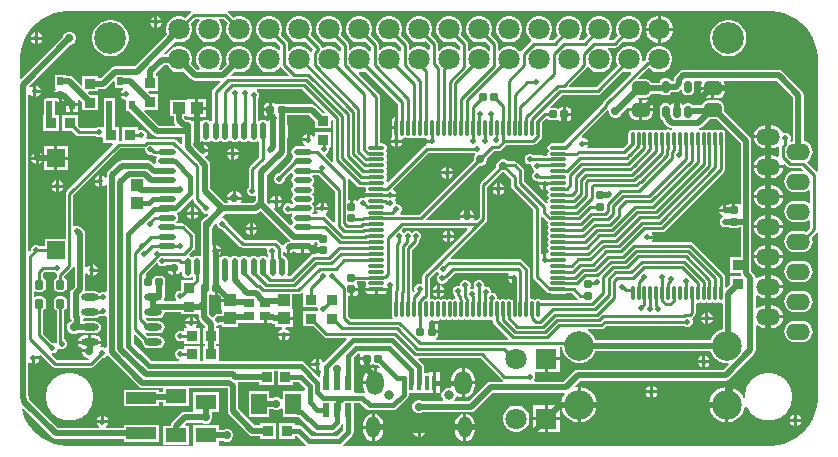
<source format=gtl>
G04*
G04 #@! TF.GenerationSoftware,Altium Limited,Altium Designer,21.0.9 (235)*
G04*
G04 Layer_Physical_Order=1*
G04 Layer_Color=255*
%FSLAX25Y25*%
%MOIN*%
G70*
G04*
G04 #@! TF.SameCoordinates,8AC589B9-6688-4F47-92C6-F359AE6F8F2F*
G04*
G04*
G04 #@! TF.FilePolarity,Positive*
G04*
G01*
G75*
%ADD14C,0.00984*%
%ADD16C,0.00787*%
%ADD18R,0.03937X0.04134*%
%ADD19R,0.03740X0.03543*%
G04:AMPARAMS|DCode=20|XSize=24.41mil|YSize=23.62mil|CornerRadius=1.77mil|HoleSize=0mil|Usage=FLASHONLY|Rotation=90.000|XOffset=0mil|YOffset=0mil|HoleType=Round|Shape=RoundedRectangle|*
%AMROUNDEDRECTD20*
21,1,0.02441,0.02008,0,0,90.0*
21,1,0.02087,0.02362,0,0,90.0*
1,1,0.00354,0.01004,0.01043*
1,1,0.00354,0.01004,-0.01043*
1,1,0.00354,-0.01004,-0.01043*
1,1,0.00354,-0.01004,0.01043*
%
%ADD20ROUNDEDRECTD20*%
G04:AMPARAMS|DCode=21|XSize=24.41mil|YSize=23.62mil|CornerRadius=1.77mil|HoleSize=0mil|Usage=FLASHONLY|Rotation=180.000|XOffset=0mil|YOffset=0mil|HoleType=Round|Shape=RoundedRectangle|*
%AMROUNDEDRECTD21*
21,1,0.02441,0.02008,0,0,180.0*
21,1,0.02087,0.02362,0,0,180.0*
1,1,0.00354,-0.01043,0.01004*
1,1,0.00354,0.01043,0.01004*
1,1,0.00354,0.01043,-0.01004*
1,1,0.00354,-0.01043,-0.01004*
%
%ADD21ROUNDEDRECTD21*%
%ADD22O,0.01181X0.05512*%
%ADD23R,0.03543X0.03740*%
%ADD24R,0.01968X0.02756*%
%ADD25R,0.09843X0.03937*%
%ADD26R,0.07087X0.05118*%
%ADD27O,0.05512X0.01181*%
%ADD28O,0.05906X0.02362*%
%ADD29R,0.01772X0.05118*%
%ADD30O,0.01181X0.04724*%
G04:AMPARAMS|DCode=31|XSize=31.5mil|YSize=29.53mil|CornerRadius=7.38mil|HoleSize=0mil|Usage=FLASHONLY|Rotation=270.000|XOffset=0mil|YOffset=0mil|HoleType=Round|Shape=RoundedRectangle|*
%AMROUNDEDRECTD31*
21,1,0.03150,0.01476,0,0,270.0*
21,1,0.01673,0.02953,0,0,270.0*
1,1,0.01476,-0.00738,-0.00837*
1,1,0.01476,-0.00738,0.00837*
1,1,0.01476,0.00738,0.00837*
1,1,0.01476,0.00738,-0.00837*
%
%ADD31ROUNDEDRECTD31*%
%ADD32R,0.05276X0.07087*%
%ADD33O,0.02165X0.05906*%
%ADD34O,0.05906X0.02165*%
%ADD35R,0.05906X0.05906*%
%ADD36R,0.03543X0.03150*%
%ADD37R,0.04134X0.03937*%
%ADD38R,0.02362X0.04724*%
G04:AMPARAMS|DCode=39|XSize=23.62mil|YSize=39.37mil|CornerRadius=5.91mil|HoleSize=0mil|Usage=FLASHONLY|Rotation=0.000|XOffset=0mil|YOffset=0mil|HoleType=Round|Shape=RoundedRectangle|*
%AMROUNDEDRECTD39*
21,1,0.02362,0.02756,0,0,0.0*
21,1,0.01181,0.03937,0,0,0.0*
1,1,0.01181,0.00591,-0.01378*
1,1,0.01181,-0.00591,-0.01378*
1,1,0.01181,-0.00591,0.01378*
1,1,0.01181,0.00591,0.01378*
%
%ADD39ROUNDEDRECTD39*%
G04:AMPARAMS|DCode=40|XSize=45.28mil|YSize=57.09mil|CornerRadius=11.32mil|HoleSize=0mil|Usage=FLASHONLY|Rotation=90.000|XOffset=0mil|YOffset=0mil|HoleType=Round|Shape=RoundedRectangle|*
%AMROUNDEDRECTD40*
21,1,0.04528,0.03445,0,0,90.0*
21,1,0.02264,0.05709,0,0,90.0*
1,1,0.02264,0.01722,0.01132*
1,1,0.02264,0.01722,-0.01132*
1,1,0.02264,-0.01722,-0.01132*
1,1,0.02264,-0.01722,0.01132*
%
%ADD40ROUNDEDRECTD40*%
%ADD41R,0.06890X0.04724*%
%ADD74C,0.01968*%
%ADD75C,0.01772*%
%ADD76R,0.07087X0.07087*%
%ADD77C,0.07087*%
%ADD78O,0.07874X0.05512*%
%ADD79C,0.09843*%
%ADD80C,0.10591*%
%ADD81O,0.05709X0.07874*%
%ADD82O,0.04528X0.07087*%
%ADD83C,0.03150*%
%ADD84C,0.01968*%
%ADD85C,0.02756*%
G36*
X17500Y145980D02*
X57853D01*
X58005Y145480D01*
X58000Y145478D01*
X56101Y143578D01*
X55772Y143768D01*
X54670Y144063D01*
X53530D01*
X52428Y143768D01*
X51441Y143198D01*
X50635Y142391D01*
X50064Y141404D01*
X49769Y140302D01*
Y139162D01*
X50024Y138211D01*
X39206Y127393D01*
X32782D01*
X32091Y127255D01*
X31505Y126864D01*
X28097Y123456D01*
X27158D01*
Y124209D01*
X21843D01*
Y121216D01*
X21381Y121024D01*
X18691Y123714D01*
X18105Y124106D01*
X17413Y124243D01*
X16272D01*
Y124602D01*
X12728D01*
Y122611D01*
X12694Y122437D01*
X12728Y122263D01*
Y120272D01*
X12728D01*
X12909Y119772D01*
X12484Y119347D01*
X12133Y118500D01*
X14500D01*
Y118000D01*
X15000D01*
Y115633D01*
X15756Y115946D01*
X16256Y115740D01*
Y115063D01*
X20224D01*
Y116364D01*
X20724Y116571D01*
X21843Y115453D01*
Y112791D01*
X27158D01*
Y117909D01*
X24496D01*
X23776Y118629D01*
X23968Y119091D01*
X27158D01*
Y119843D01*
X28845D01*
X29536Y119981D01*
X30122Y120372D01*
X32217Y122467D01*
X32275Y122463D01*
X32727Y122270D01*
X32728Y122263D01*
Y120272D01*
X35319D01*
X35418Y119772D01*
X35344Y119741D01*
X34786Y119183D01*
X34528Y118559D01*
X36468D01*
Y117559D01*
X34528D01*
X34786Y116935D01*
X35344Y116377D01*
X36074Y116075D01*
X36468D01*
Y114737D01*
X36434Y114563D01*
Y114169D01*
X36468Y113995D01*
Y112398D01*
X37457D01*
X45294Y104560D01*
X45880Y104169D01*
X46572Y104031D01*
X54945D01*
Y103968D01*
X55046Y103463D01*
Y101574D01*
X54584Y101382D01*
X53024Y102942D01*
X52601Y103225D01*
X52101Y103324D01*
X43486D01*
X43191Y103663D01*
X43143Y103801D01*
X43272Y104112D01*
Y104817D01*
X43002Y105468D01*
X42504Y105966D01*
X41852Y106236D01*
X41148D01*
X40709Y106054D01*
X40229Y106321D01*
X40209Y106347D01*
Y107158D01*
X35091D01*
Y102655D01*
X33909D01*
Y107158D01*
X32566D01*
Y114563D01*
X32531Y114737D01*
Y116728D01*
X28988D01*
Y114737D01*
X28953Y114563D01*
Y107590D01*
X28791Y107158D01*
X28291Y107090D01*
X27852Y107272D01*
X27148D01*
X26496Y107002D01*
X26299Y106805D01*
X21092D01*
X20209Y107687D01*
Y111158D01*
X15091D01*
Y105842D01*
X18364D01*
X19629Y104578D01*
X20052Y104295D01*
X20551Y104195D01*
X26299D01*
X26496Y103998D01*
X27148Y103728D01*
X27852D01*
X28291Y103910D01*
X28791Y103633D01*
Y101842D01*
X31844D01*
X32036Y101381D01*
X16578Y85922D01*
X16295Y85499D01*
X16195Y85000D01*
Y69886D01*
X9260D01*
Y67450D01*
X7701D01*
X7504Y67648D01*
X6852Y67917D01*
X6148D01*
X5496Y67648D01*
X4998Y67149D01*
X4728Y66498D01*
Y66219D01*
X4253Y65743D01*
X3791Y65934D01*
Y117933D01*
X4291Y118032D01*
X4318Y117967D01*
X4876Y117408D01*
X5500Y117150D01*
Y119091D01*
Y121031D01*
X4876Y120773D01*
X4552Y120449D01*
X3994Y120598D01*
X3960Y120724D01*
X17889Y134653D01*
X17931D01*
X18727Y134983D01*
X19336Y135592D01*
X19665Y136388D01*
Y137250D01*
X19336Y138046D01*
X18727Y138655D01*
X17931Y138984D01*
X17069D01*
X16273Y138655D01*
X15664Y138046D01*
X15335Y137250D01*
Y137208D01*
X1481Y123355D01*
X1020Y123546D01*
Y129500D01*
Y130580D01*
X1302Y132722D01*
X1861Y134809D01*
X2687Y136805D01*
X3768Y138676D01*
X5083Y140390D01*
X6610Y141917D01*
X8324Y143232D01*
X10195Y144313D01*
X12191Y145139D01*
X14278Y145698D01*
X16420Y145981D01*
X17500Y145980D01*
D02*
G37*
G36*
X253722Y145698D02*
X255809Y145139D01*
X257805Y144313D01*
X259676Y143232D01*
X261390Y141917D01*
X262917Y140390D01*
X264232Y138676D01*
X265313Y136805D01*
X266139Y134809D01*
X266699Y132722D01*
X266981Y130580D01*
Y129500D01*
Y92572D01*
X266480Y92365D01*
X263429Y95416D01*
X263569Y95983D01*
X264208Y96473D01*
X264776Y97213D01*
X265133Y98075D01*
X265255Y99000D01*
X265133Y99925D01*
X264776Y100787D01*
X264208Y101527D01*
X263468Y102095D01*
X262606Y102452D01*
X262306Y102492D01*
Y118000D01*
X262169Y118691D01*
X261777Y119277D01*
X255364Y125691D01*
X254778Y126082D01*
X254087Y126220D01*
X222149D01*
X221457Y126082D01*
X220871Y125691D01*
X219488Y124307D01*
X219096Y123721D01*
X218958Y123030D01*
Y122603D01*
X218835Y122480D01*
X218148D01*
X218126Y122589D01*
X217821Y123045D01*
X217366Y123349D01*
X216828Y123456D01*
X215647D01*
X215109Y123349D01*
X214653Y123045D01*
X214349Y122589D01*
X214242Y122051D01*
Y121850D01*
X211523D01*
X211508Y121924D01*
X211084Y122559D01*
X210449Y122983D01*
X209700Y123132D01*
X207300D01*
X207108Y123594D01*
X210593Y127079D01*
X210635Y127073D01*
X211441Y126267D01*
X212428Y125697D01*
X213530Y125402D01*
X214670D01*
X215772Y125697D01*
X216759Y126267D01*
X217565Y127073D01*
X218136Y128061D01*
X218431Y129162D01*
Y130302D01*
X218136Y131404D01*
X217565Y132391D01*
X216759Y133198D01*
X215772Y133768D01*
X214670Y134063D01*
X213530D01*
X212428Y133768D01*
X211441Y133198D01*
X210635Y132391D01*
X210064Y131404D01*
X209769Y130302D01*
Y129777D01*
X209735Y129770D01*
X209312Y129487D01*
X208891Y129067D01*
X208431Y129313D01*
Y130302D01*
X208136Y131404D01*
X207565Y132391D01*
X206759Y133198D01*
X205772Y133768D01*
X204670Y134063D01*
X203530D01*
X202428Y133768D01*
X201441Y133198D01*
X200635Y132391D01*
X200064Y131404D01*
X199769Y130302D01*
Y129162D01*
X200064Y128061D01*
X200254Y127732D01*
X193057Y120534D01*
X184221D01*
X184029Y120996D01*
X189845Y126812D01*
X190040Y127103D01*
X190485Y127150D01*
X190607Y127121D01*
X190635Y127073D01*
X191441Y126267D01*
X192428Y125697D01*
X193530Y125402D01*
X194670D01*
X195772Y125697D01*
X196759Y126267D01*
X197565Y127073D01*
X198136Y128061D01*
X198431Y129162D01*
Y130302D01*
X198136Y131404D01*
X197565Y132391D01*
X196852Y133105D01*
X196983Y133605D01*
X199277D01*
X199776Y133704D01*
X200200Y133987D01*
X202099Y135887D01*
X202428Y135697D01*
X203530Y135402D01*
X204670D01*
X205772Y135697D01*
X206759Y136267D01*
X207565Y137073D01*
X208136Y138061D01*
X208431Y139162D01*
Y140302D01*
X208136Y141404D01*
X207565Y142391D01*
X206759Y143198D01*
X205772Y143768D01*
X204670Y144063D01*
X203530D01*
X202428Y143768D01*
X201441Y143198D01*
X200635Y142391D01*
X200064Y141404D01*
X199769Y140302D01*
Y139162D01*
X200064Y138061D01*
X200254Y137732D01*
X198737Y136214D01*
X197413D01*
X197206Y136714D01*
X197565Y137073D01*
X198136Y138061D01*
X198431Y139162D01*
Y140302D01*
X198136Y141404D01*
X197565Y142391D01*
X196759Y143198D01*
X195772Y143768D01*
X194670Y144063D01*
X193530D01*
X192428Y143768D01*
X191441Y143198D01*
X190635Y142391D01*
X190064Y141404D01*
X189769Y140302D01*
Y139162D01*
X190064Y138061D01*
X190254Y137732D01*
X188737Y136214D01*
X187413D01*
X187206Y136714D01*
X187565Y137073D01*
X188136Y138061D01*
X188431Y139162D01*
Y140302D01*
X188136Y141404D01*
X187565Y142391D01*
X186759Y143198D01*
X185772Y143768D01*
X184670Y144063D01*
X183530D01*
X182428Y143768D01*
X181441Y143198D01*
X180635Y142391D01*
X180064Y141404D01*
X179769Y140302D01*
Y139162D01*
X180064Y138061D01*
X180254Y137732D01*
X178737Y136214D01*
X177413D01*
X177206Y136714D01*
X177565Y137073D01*
X178136Y138061D01*
X178431Y139162D01*
Y140302D01*
X178136Y141404D01*
X177565Y142391D01*
X176759Y143198D01*
X175772Y143768D01*
X174670Y144063D01*
X173530D01*
X172428Y143768D01*
X171441Y143198D01*
X170635Y142391D01*
X170064Y141404D01*
X169769Y140302D01*
Y139162D01*
X170064Y138061D01*
X170635Y137073D01*
X171379Y136329D01*
X171434Y136151D01*
X171410Y135707D01*
X168125Y132422D01*
X167682Y132398D01*
X167503Y132454D01*
X166759Y133198D01*
X165772Y133768D01*
X164670Y134063D01*
X163530D01*
X162428Y133768D01*
X161441Y133198D01*
X160902Y132659D01*
X160402Y132866D01*
Y134735D01*
X160302Y135234D01*
X160020Y135658D01*
X157946Y137732D01*
X158136Y138061D01*
X158431Y139162D01*
Y140302D01*
X158136Y141404D01*
X157565Y142391D01*
X156759Y143198D01*
X155772Y143768D01*
X154670Y144063D01*
X153530D01*
X152428Y143768D01*
X151441Y143198D01*
X150635Y142391D01*
X150064Y141404D01*
X149769Y140302D01*
Y139162D01*
X150064Y138061D01*
X150635Y137073D01*
X151441Y136267D01*
X152428Y135697D01*
X153530Y135402D01*
X154670D01*
X155772Y135697D01*
X156101Y135887D01*
X157793Y134195D01*
Y132871D01*
X157293Y132664D01*
X156759Y133198D01*
X155772Y133768D01*
X154670Y134063D01*
X153530D01*
X152428Y133768D01*
X151441Y133198D01*
X150805Y132561D01*
X150305Y132768D01*
Y134832D01*
X150205Y135331D01*
X149923Y135755D01*
X147946Y137732D01*
X148136Y138061D01*
X148431Y139162D01*
Y140302D01*
X148136Y141404D01*
X147565Y142391D01*
X146759Y143198D01*
X145772Y143768D01*
X144670Y144063D01*
X143530D01*
X142428Y143768D01*
X141441Y143198D01*
X140635Y142391D01*
X140064Y141404D01*
X139769Y140302D01*
Y139162D01*
X140064Y138061D01*
X140635Y137073D01*
X141441Y136267D01*
X142428Y135697D01*
X143530Y135402D01*
X144670D01*
X145772Y135697D01*
X146101Y135887D01*
X147695Y134292D01*
Y132968D01*
X147195Y132761D01*
X146759Y133198D01*
X145772Y133768D01*
X144670Y134063D01*
X143530D01*
X142428Y133768D01*
X141441Y133198D01*
X140727Y132484D01*
X140227Y132615D01*
Y134909D01*
X140128Y135409D01*
X139845Y135832D01*
X137946Y137732D01*
X138136Y138061D01*
X138431Y139162D01*
Y140302D01*
X138136Y141404D01*
X137565Y142391D01*
X136759Y143198D01*
X135772Y143768D01*
X134670Y144063D01*
X133530D01*
X132428Y143768D01*
X131441Y143198D01*
X130635Y142391D01*
X130064Y141404D01*
X129769Y140302D01*
Y139162D01*
X130064Y138061D01*
X130635Y137073D01*
X131441Y136267D01*
X132428Y135697D01*
X133530Y135402D01*
X134670D01*
X135772Y135697D01*
X136101Y135887D01*
X137618Y134369D01*
Y133046D01*
X137118Y132839D01*
X136759Y133198D01*
X135772Y133768D01*
X134670Y134063D01*
X133530D01*
X132428Y133768D01*
X131441Y133198D01*
X131082Y132839D01*
X130582Y133046D01*
Y134555D01*
X130482Y135054D01*
X130200Y135478D01*
X127946Y137732D01*
X128136Y138061D01*
X128431Y139162D01*
Y140302D01*
X128136Y141404D01*
X127565Y142391D01*
X126759Y143198D01*
X125772Y143768D01*
X124670Y144063D01*
X123530D01*
X122428Y143768D01*
X121441Y143198D01*
X120635Y142391D01*
X120064Y141404D01*
X119769Y140302D01*
Y139162D01*
X120064Y138061D01*
X120635Y137073D01*
X121441Y136267D01*
X122428Y135697D01*
X123530Y135402D01*
X124670D01*
X125772Y135697D01*
X126101Y135887D01*
X127973Y134015D01*
Y132615D01*
X127473Y132484D01*
X126759Y133198D01*
X125772Y133768D01*
X124670Y134063D01*
X123530D01*
X122428Y133768D01*
X121441Y133198D01*
X121082Y132839D01*
X120582Y133046D01*
Y134555D01*
X120482Y135054D01*
X120200Y135478D01*
X117946Y137732D01*
X118136Y138061D01*
X118431Y139162D01*
Y140302D01*
X118136Y141404D01*
X117565Y142391D01*
X116759Y143198D01*
X115772Y143768D01*
X114670Y144063D01*
X113530D01*
X112428Y143768D01*
X111441Y143198D01*
X110635Y142391D01*
X110064Y141404D01*
X109769Y140302D01*
Y139162D01*
X110064Y138061D01*
X110635Y137073D01*
X111441Y136267D01*
X112428Y135697D01*
X113530Y135402D01*
X114670D01*
X115772Y135697D01*
X116101Y135887D01*
X117973Y134015D01*
Y132615D01*
X117473Y132484D01*
X116759Y133198D01*
X115772Y133768D01*
X114670Y134063D01*
X113530D01*
X112428Y133768D01*
X111441Y133198D01*
X111082Y132839D01*
X110582Y133046D01*
Y134555D01*
X110482Y135054D01*
X110200Y135478D01*
X107946Y137732D01*
X108136Y138061D01*
X108431Y139162D01*
Y140302D01*
X108136Y141404D01*
X107565Y142391D01*
X106759Y143198D01*
X105772Y143768D01*
X104670Y144063D01*
X103530D01*
X102428Y143768D01*
X101441Y143198D01*
X100635Y142391D01*
X100064Y141404D01*
X99769Y140302D01*
Y139162D01*
X100064Y138061D01*
X100635Y137073D01*
X101441Y136267D01*
X102428Y135697D01*
X103530Y135402D01*
X104670D01*
X105772Y135697D01*
X106101Y135887D01*
X107973Y134015D01*
Y132615D01*
X107473Y132484D01*
X106759Y133198D01*
X105772Y133768D01*
X104670Y134063D01*
X103530D01*
X102428Y133768D01*
X102058Y133554D01*
X101532Y133827D01*
X101487Y134049D01*
X101205Y134473D01*
X97946Y137732D01*
X98136Y138061D01*
X98431Y139162D01*
Y140302D01*
X98136Y141404D01*
X97565Y142391D01*
X96759Y143198D01*
X95772Y143768D01*
X94670Y144063D01*
X93530D01*
X92428Y143768D01*
X91441Y143198D01*
X90635Y142391D01*
X90064Y141404D01*
X89769Y140302D01*
Y139162D01*
X90064Y138061D01*
X90635Y137073D01*
X91441Y136267D01*
X92428Y135697D01*
X93530Y135402D01*
X94670D01*
X95772Y135697D01*
X96101Y135887D01*
X98845Y133142D01*
X98355Y132652D01*
X98160Y132361D01*
X97715Y132315D01*
X97593Y132344D01*
X97565Y132391D01*
X96759Y133198D01*
X95772Y133768D01*
X94670Y134063D01*
X93530D01*
X92428Y133768D01*
X91441Y133198D01*
X90805Y132561D01*
X90305Y132768D01*
Y134832D01*
X90205Y135331D01*
X89922Y135755D01*
X87946Y137732D01*
X88136Y138061D01*
X88431Y139162D01*
Y140302D01*
X88136Y141404D01*
X87565Y142391D01*
X86759Y143198D01*
X85772Y143768D01*
X84670Y144063D01*
X83530D01*
X82428Y143768D01*
X81441Y143198D01*
X80635Y142391D01*
X80064Y141404D01*
X79769Y140302D01*
Y139162D01*
X80064Y138061D01*
X80635Y137073D01*
X81441Y136267D01*
X82428Y135697D01*
X83530Y135402D01*
X84670D01*
X85772Y135697D01*
X86101Y135887D01*
X87695Y134292D01*
Y132968D01*
X87195Y132761D01*
X86759Y133198D01*
X85772Y133768D01*
X84670Y134063D01*
X83530D01*
X82428Y133768D01*
X81441Y133198D01*
X80635Y132391D01*
X80064Y131404D01*
X79769Y130302D01*
Y129162D01*
X80064Y128061D01*
X80635Y127073D01*
X81441Y126267D01*
X82428Y125697D01*
X83530Y125402D01*
X84670D01*
X85772Y125697D01*
X86759Y126267D01*
X87518Y127026D01*
X87746Y127087D01*
X88125Y127042D01*
X90579Y124588D01*
X90388Y124126D01*
X71632D01*
X71441Y124588D01*
X72524Y125671D01*
X73530Y125402D01*
X74670D01*
X75772Y125697D01*
X76759Y126267D01*
X77565Y127073D01*
X78136Y128061D01*
X78431Y129162D01*
Y130302D01*
X78136Y131404D01*
X77565Y132391D01*
X76759Y133198D01*
X75772Y133768D01*
X74670Y134063D01*
X73530D01*
X72428Y133768D01*
X71441Y133198D01*
X70635Y132391D01*
X70064Y131404D01*
X69769Y130302D01*
Y129162D01*
X70009Y128266D01*
X67968Y126224D01*
X67423D01*
X67216Y126724D01*
X67565Y127073D01*
X68136Y128061D01*
X68431Y129162D01*
Y130302D01*
X68136Y131404D01*
X67565Y132391D01*
X66759Y133198D01*
X65772Y133768D01*
X64670Y134063D01*
X63530D01*
X62428Y133768D01*
X61441Y133198D01*
X60635Y132391D01*
X60064Y131404D01*
X59769Y130302D01*
Y129162D01*
X60064Y128061D01*
X60635Y127073D01*
X60984Y126724D01*
X60777Y126224D01*
X60163D01*
X58176Y128211D01*
X58431Y129162D01*
Y130302D01*
X58136Y131404D01*
X57565Y132391D01*
X56759Y133198D01*
X55772Y133768D01*
X54670Y134063D01*
X53530D01*
X52428Y133768D01*
X51441Y133198D01*
X50635Y132391D01*
X50082Y131434D01*
X49063D01*
X48856Y131934D01*
X52579Y135656D01*
X53530Y135402D01*
X54670D01*
X55772Y135697D01*
X56759Y136267D01*
X57565Y137073D01*
X58136Y138061D01*
X58431Y139162D01*
Y140302D01*
X58136Y141404D01*
X57946Y141733D01*
X59463Y143251D01*
X60787D01*
X60994Y142751D01*
X60635Y142391D01*
X60064Y141404D01*
X59769Y140302D01*
Y139162D01*
X60064Y138061D01*
X60635Y137073D01*
X61441Y136267D01*
X62428Y135697D01*
X63530Y135402D01*
X64670D01*
X65772Y135697D01*
X66759Y136267D01*
X67565Y137073D01*
X68136Y138061D01*
X68431Y139162D01*
Y140302D01*
X68136Y141404D01*
X67565Y142391D01*
X67206Y142751D01*
X67413Y143251D01*
X68737D01*
X70254Y141733D01*
X70064Y141404D01*
X69769Y140302D01*
Y139162D01*
X70064Y138061D01*
X70635Y137073D01*
X71441Y136267D01*
X72428Y135697D01*
X73530Y135402D01*
X74670D01*
X75772Y135697D01*
X76759Y136267D01*
X77565Y137073D01*
X78136Y138061D01*
X78431Y139162D01*
Y140302D01*
X78136Y141404D01*
X77565Y142391D01*
X76759Y143198D01*
X75772Y143768D01*
X74670Y144063D01*
X73530D01*
X72428Y143768D01*
X72099Y143578D01*
X70200Y145478D01*
X70195Y145480D01*
X70347Y145980D01*
X250500Y145981D01*
X251580D01*
X253722Y145698D01*
D02*
G37*
G36*
X258694Y117252D02*
Y102492D01*
X258394Y102452D01*
X258174Y102361D01*
X257792Y102744D01*
X257950Y103127D01*
Y103832D01*
X257681Y104483D01*
X257182Y104981D01*
X256531Y105251D01*
X255826D01*
X255316Y105040D01*
X254962Y105894D01*
X254360Y106679D01*
X253575Y107281D01*
X252662Y107659D01*
X251681Y107788D01*
X251000D01*
Y104000D01*
Y100212D01*
X251681D01*
X252662Y100341D01*
X253483Y100681D01*
X253786Y100552D01*
X253979Y100399D01*
Y97601D01*
X253786Y97448D01*
X253483Y97319D01*
X252662Y97659D01*
X251681Y97788D01*
X251000D01*
Y94500D01*
X255404D01*
X255380Y94680D01*
X255854Y94914D01*
X256725Y94042D01*
X257148Y93759D01*
X257647Y93660D01*
X261495D01*
X262137Y93018D01*
X261903Y92545D01*
X261681Y92574D01*
X259319D01*
X258394Y92452D01*
X257532Y92095D01*
X256792Y91527D01*
X256224Y90787D01*
X255867Y89925D01*
X255745Y89000D01*
X255867Y88075D01*
X256224Y87213D01*
X256792Y86473D01*
X257532Y85905D01*
X258394Y85548D01*
X259319Y85426D01*
X261681D01*
X262606Y85548D01*
X263468Y85905D01*
X263912Y86246D01*
X264412Y85999D01*
Y82001D01*
X263912Y81754D01*
X263468Y82095D01*
X262606Y82452D01*
X261681Y82574D01*
X259319D01*
X258394Y82452D01*
X257532Y82095D01*
X256792Y81527D01*
X256224Y80787D01*
X255867Y79925D01*
X255745Y79000D01*
X255867Y78075D01*
X256224Y77213D01*
X256792Y76473D01*
X257532Y75905D01*
X258394Y75548D01*
X259319Y75426D01*
X261681D01*
X262606Y75548D01*
X263468Y75905D01*
X263912Y76246D01*
X264412Y75999D01*
Y73576D01*
X263088Y72252D01*
X262606Y72452D01*
X261681Y72574D01*
X259319D01*
X258394Y72452D01*
X257532Y72095D01*
X256792Y71527D01*
X256224Y70787D01*
X255867Y69925D01*
X255745Y69000D01*
X255867Y68075D01*
X256224Y67213D01*
X256792Y66473D01*
X257532Y65905D01*
X258394Y65548D01*
X259319Y65426D01*
X261681D01*
X262606Y65548D01*
X263468Y65905D01*
X264208Y66473D01*
X264776Y67213D01*
X265133Y68075D01*
X265255Y69000D01*
X265133Y69925D01*
X264933Y70407D01*
X266480Y71954D01*
X266981Y71747D01*
Y17310D01*
Y16230D01*
X266699Y14088D01*
X266139Y12001D01*
X265313Y10005D01*
X264232Y8134D01*
X262917Y6421D01*
X261390Y4893D01*
X259676Y3578D01*
X257805Y2498D01*
X255809Y1671D01*
X253722Y1112D01*
X251581Y830D01*
X250501Y831D01*
X250500Y831D01*
X250500Y831D01*
X108913D01*
X108759Y1175D01*
X108743Y1331D01*
X111706Y4294D01*
X112076Y4847D01*
X112206Y5500D01*
Y9795D01*
X112469D01*
Y15274D01*
X114454D01*
X116435Y13294D01*
X116988Y12924D01*
X117641Y12794D01*
X125403D01*
X126056Y12924D01*
X126609Y13294D01*
X130106Y16791D01*
X130476Y17344D01*
X130606Y17997D01*
Y18654D01*
X137250D01*
Y18441D01*
X138636D01*
Y22000D01*
Y25559D01*
X137250D01*
Y25346D01*
X135724D01*
Y27101D01*
X135594Y27754D01*
X135224Y28307D01*
X133798Y29733D01*
X133990Y30195D01*
X154460D01*
X161577Y23077D01*
X161983Y22806D01*
X161991Y22769D01*
X161899Y22306D01*
X158000D01*
X157309Y22169D01*
X156723Y21777D01*
X150752Y15806D01*
X145849D01*
X145642Y16306D01*
X145863Y16528D01*
X146198Y17336D01*
X146663Y17609D01*
X146740Y17551D01*
X147677Y17162D01*
X148184Y17096D01*
Y21500D01*
X144796D01*
Y20917D01*
X144853Y20480D01*
X144457Y20176D01*
X144331Y20228D01*
X143391D01*
X142523Y19869D01*
X141858Y19204D01*
X141498Y18336D01*
Y17396D01*
X141858Y16528D01*
X142080Y16306D01*
X141873Y15806D01*
X135256D01*
X135227Y15836D01*
X134431Y16165D01*
X133569D01*
X132773Y15836D01*
X132164Y15227D01*
X131835Y14431D01*
Y13569D01*
X132164Y12773D01*
X132773Y12164D01*
X133569Y11835D01*
X134431D01*
X135227Y12164D01*
X135256Y12194D01*
X151500D01*
X152191Y12331D01*
X152777Y12723D01*
X158748Y18694D01*
X182368D01*
X182635Y18194D01*
X182146Y17462D01*
X181700Y16385D01*
X181472Y15241D01*
Y14714D01*
X181043Y14543D01*
X180972Y14543D01*
X177000D01*
Y10500D01*
X181043D01*
Y13669D01*
X181543Y13718D01*
X181700Y12930D01*
X182146Y11853D01*
X182794Y10883D01*
X183619Y10058D01*
X184589Y9410D01*
X185667Y8964D01*
X186811Y8736D01*
X186894D01*
Y14658D01*
Y20579D01*
X186811D01*
X186224Y20462D01*
X185977Y20923D01*
X187748Y22694D01*
X236229D01*
X236920Y22831D01*
X237506Y23223D01*
X245777Y31494D01*
X246169Y32080D01*
X246306Y32771D01*
Y40975D01*
X246806Y41194D01*
X247425Y40719D01*
X248338Y40341D01*
X249319Y40212D01*
X250000D01*
Y44000D01*
Y47788D01*
X249319D01*
X248338Y47659D01*
X247425Y47281D01*
X246806Y46806D01*
X246306Y47025D01*
Y50976D01*
X246806Y51194D01*
X247425Y50719D01*
X248338Y50341D01*
X249319Y50212D01*
X250000D01*
Y54000D01*
Y57788D01*
X249319D01*
X248338Y57659D01*
X247425Y57281D01*
X246806Y56806D01*
X246374Y56972D01*
X246302Y57018D01*
X246169Y57689D01*
X245777Y58275D01*
X244806Y59246D01*
Y61500D01*
Y75500D01*
Y102525D01*
X244669Y103216D01*
X244277Y103802D01*
X235657Y112423D01*
Y114089D01*
X235508Y114837D01*
X235084Y115472D01*
X234449Y115896D01*
X233700Y116045D01*
X230255D01*
X229506Y115896D01*
X228871Y115472D01*
X228447Y114837D01*
X228370Y114448D01*
X225469D01*
X225302Y114698D01*
X224846Y115003D01*
X224308Y115110D01*
X223127D01*
X222589Y115003D01*
X222134Y114698D01*
X221659Y114888D01*
X221189Y115203D01*
X220568Y115326D01*
X220477D01*
Y112327D01*
X219477D01*
Y115326D01*
X219387D01*
X218766Y115203D01*
X218296Y114888D01*
X217821Y114698D01*
X217366Y115003D01*
X216828Y115110D01*
X215647D01*
X215109Y115003D01*
X214653Y114698D01*
X214349Y114242D01*
X214242Y113705D01*
Y110949D01*
X214349Y110411D01*
X214653Y109955D01*
X215109Y109651D01*
X215289Y109615D01*
X215356Y109279D01*
X215747Y108693D01*
X217131Y107309D01*
X217717Y106918D01*
X218256Y106810D01*
X218338Y106335D01*
X217955Y106110D01*
X217585Y106357D01*
X217047Y106464D01*
X216510Y106357D01*
X216063Y106059D01*
X215616Y106357D01*
X215079Y106464D01*
X214541Y106357D01*
X214094Y106059D01*
X213648Y106357D01*
X213110Y106464D01*
X212573Y106357D01*
X212126Y106059D01*
X211679Y106357D01*
X211142Y106464D01*
X210604Y106357D01*
X210157Y106059D01*
X209711Y106357D01*
X209173Y106464D01*
X208636Y106357D01*
X208189Y106059D01*
X207742Y106357D01*
X207205Y106464D01*
X206667Y106357D01*
X206221Y106059D01*
X205774Y106357D01*
X205236Y106464D01*
X204699Y106357D01*
X204243Y106052D01*
X203938Y105597D01*
X203831Y105059D01*
Y101956D01*
X201952Y100076D01*
X190372D01*
X190181Y100538D01*
X190182Y100539D01*
X190441Y101163D01*
X188500D01*
Y102163D01*
X190441D01*
X190182Y102787D01*
X189624Y103346D01*
X188895Y103648D01*
X188458D01*
X188251Y104148D01*
X196835Y112731D01*
X197335Y112524D01*
Y112069D01*
X197664Y111273D01*
X198273Y110664D01*
X199069Y110335D01*
X199931D01*
X200727Y110664D01*
X201336Y111273D01*
X201452Y111554D01*
X203581Y113683D01*
X204081Y113476D01*
Y113457D01*
X207477D01*
Y116262D01*
X207230D01*
X206979Y116762D01*
X207121Y116955D01*
X209700D01*
X210449Y117104D01*
X211084Y117528D01*
X211508Y118163D01*
X211523Y118237D01*
X214750D01*
X215109Y117997D01*
X215647Y117890D01*
X216828D01*
X217366Y117997D01*
X217821Y118302D01*
X218126Y118758D01*
X218148Y118867D01*
X219584D01*
X220275Y119004D01*
X220861Y119396D01*
X221260Y119795D01*
X221722Y119604D01*
Y119295D01*
X221829Y118758D01*
X222134Y118302D01*
X222589Y117997D01*
X223127Y117890D01*
X224308D01*
X224846Y117997D01*
X225302Y118302D01*
X225606Y118758D01*
X225713Y119295D01*
Y122051D01*
X225702Y122107D01*
X226112Y122607D01*
X228117D01*
X228353Y122166D01*
X228247Y122007D01*
X228081Y121175D01*
Y120543D01*
X231977D01*
Y120043D01*
D01*
Y120543D01*
X235874D01*
Y121175D01*
X235708Y122007D01*
X235602Y122166D01*
X235838Y122607D01*
X253338D01*
X258694Y117252D01*
D02*
G37*
G36*
X102585Y112320D02*
X102394Y111858D01*
X101897D01*
X99478Y114277D01*
X98892Y114669D01*
X98201Y114806D01*
X89946D01*
X89728Y114952D01*
X89352Y115027D01*
X87344D01*
X86968Y114952D01*
X86649Y114739D01*
X86196Y114962D01*
X85911Y115152D01*
X85452Y115243D01*
X84948D01*
Y113000D01*
Y110757D01*
X85452D01*
X85911Y110848D01*
X86042Y110935D01*
X86542Y110668D01*
Y109845D01*
X86101Y109610D01*
X86011Y109670D01*
X85698Y109732D01*
Y105838D01*
X84698D01*
Y109732D01*
X84386Y109670D01*
X83835Y109301D01*
X83397Y109056D01*
X82779Y109469D01*
X82049Y109615D01*
X81319Y109469D01*
X80754Y109092D01*
X80513Y109153D01*
X80254Y109288D01*
Y116449D01*
X80502Y116697D01*
X80772Y117348D01*
Y118053D01*
X80502Y118704D01*
X80004Y119203D01*
X79901Y119245D01*
X80001Y119745D01*
X95161D01*
X102585Y112320D01*
D02*
G37*
G36*
X50635Y127073D02*
X51441Y126267D01*
X52428Y125697D01*
X53530Y125402D01*
X54670D01*
X55621Y125656D01*
X58138Y123140D01*
X58724Y122748D01*
X59415Y122611D01*
X67613D01*
X67804Y122149D01*
X65378Y119723D01*
X65096Y119300D01*
X64996Y118801D01*
Y109213D01*
X64609Y109056D01*
X64499D01*
X63881Y109469D01*
X63151Y109615D01*
X62422Y109469D01*
X61803Y109056D01*
X61365Y109301D01*
X60814Y109670D01*
X60502Y109732D01*
Y105838D01*
Y101944D01*
X60814Y102006D01*
X61365Y102374D01*
X61803Y102620D01*
X62422Y102206D01*
X63151Y102061D01*
X63881Y102206D01*
X64499Y102620D01*
X64952D01*
X65571Y102206D01*
X66301Y102061D01*
X67030Y102206D01*
X67547Y102551D01*
X67876Y102592D01*
X68205Y102551D01*
X68721Y102206D01*
X69450Y102061D01*
X70180Y102206D01*
X70696Y102551D01*
X71025Y102592D01*
X71354Y102551D01*
X71870Y102206D01*
X72600Y102061D01*
X73330Y102206D01*
X73948Y102620D01*
X74401D01*
X75020Y102206D01*
X75750Y102061D01*
X76479Y102206D01*
X77098Y102620D01*
X77551D01*
X78170Y102206D01*
X78899Y102061D01*
X79629Y102206D01*
X80247Y102620D01*
X80309D01*
X80744Y102347D01*
Y97159D01*
X77578Y93992D01*
X77295Y93569D01*
X77195Y93070D01*
Y87201D01*
X76998Y87004D01*
X76728Y86352D01*
Y85648D01*
X76998Y84996D01*
X77496Y84498D01*
X78148Y84228D01*
X78852D01*
X79194Y84370D01*
X79694Y84036D01*
Y82748D01*
X78802Y81857D01*
X74873D01*
X74600Y82357D01*
X74867Y83000D01*
X70133D01*
X70400Y82357D01*
X70127Y81857D01*
X69248D01*
X64482Y86623D01*
Y94646D01*
X64345Y95338D01*
X63953Y95924D01*
X62747Y97130D01*
X62845Y97620D01*
X62984Y97678D01*
X63542Y98236D01*
X63801Y98860D01*
X61860D01*
Y99360D01*
X61360D01*
Y101301D01*
X60736Y101042D01*
X60178Y100484D01*
X60120Y100345D01*
X59630Y100247D01*
X58658Y101219D01*
Y101830D01*
X59099Y102066D01*
X59189Y102006D01*
X59502Y101944D01*
Y105838D01*
Y109732D01*
X59189Y109670D01*
X58638Y109301D01*
X58200Y109056D01*
X57582Y109469D01*
X56852Y109615D01*
X56537Y109552D01*
X56369D01*
X55806Y110114D01*
Y110744D01*
X56839D01*
Y110531D01*
X59405D01*
Y113500D01*
X59905D01*
D01*
X59405D01*
Y116469D01*
X56839D01*
Y116256D01*
X51146D01*
Y110744D01*
X52194D01*
Y109366D01*
X52331Y108675D01*
X52686Y108144D01*
X52587Y107761D01*
X52539Y107644D01*
X47320D01*
X42485Y112479D01*
X42676Y112941D01*
X47157D01*
Y118059D01*
X44495D01*
X43776Y118778D01*
X43968Y119240D01*
X47157D01*
Y124358D01*
X46306D01*
Y124988D01*
X49140Y127821D01*
X50203D01*
X50635Y127073D01*
D02*
G37*
G36*
X202428Y125697D02*
X203530Y125402D01*
X204519D01*
X204766Y124941D01*
X195504Y115679D01*
X195221Y115256D01*
X195122Y114757D01*
Y114708D01*
X182140Y101727D01*
X178250D01*
X177712Y101620D01*
X177256Y101315D01*
X176952Y100860D01*
X176845Y100322D01*
X176952Y99784D01*
X177250Y99338D01*
X176952Y98891D01*
X176845Y98353D01*
X176877Y98190D01*
X176480Y97690D01*
X175291D01*
X175267Y97705D01*
X174768Y97805D01*
X172201D01*
X172004Y98002D01*
X171352Y98272D01*
X170648D01*
X169996Y98002D01*
X169498Y97504D01*
X169228Y96852D01*
Y96148D01*
X169498Y95496D01*
X169996Y94998D01*
X170648Y94728D01*
X171266D01*
X171388Y94691D01*
X171728Y94343D01*
Y93884D01*
X171998Y93233D01*
X172290Y92941D01*
X172441Y92614D01*
X172290Y92287D01*
X171998Y91996D01*
X171728Y91344D01*
Y90640D01*
X171998Y89989D01*
X172496Y89490D01*
X173148Y89220D01*
X173719D01*
X174000Y88921D01*
X174074Y88771D01*
X174059Y88736D01*
X176000D01*
Y88236D01*
X176500D01*
Y86295D01*
X176941Y86060D01*
X176952Y86005D01*
X177250Y85558D01*
X176952Y85112D01*
X176845Y84574D01*
X176952Y84036D01*
X177250Y83590D01*
X176952Y83143D01*
X176845Y82605D01*
X176952Y82068D01*
X176999Y81997D01*
X176919Y81848D01*
X176898Y81832D01*
X176311Y81770D01*
X169121Y88960D01*
Y92448D01*
X169022Y92947D01*
X168739Y93370D01*
X166771Y95339D01*
X166347Y95622D01*
X165848Y95721D01*
X163577D01*
X163227Y96072D01*
X162431Y96402D01*
X161569D01*
X160773Y96072D01*
X160164Y95463D01*
X159835Y94667D01*
Y93916D01*
X154578Y88659D01*
X154295Y88235D01*
X154195Y87736D01*
Y77040D01*
X153191Y76036D01*
X152555D01*
X152221Y76536D01*
X152367Y76889D01*
X147633D01*
X147779Y76536D01*
X147445Y76036D01*
X136534D01*
X136343Y76498D01*
X154180Y94335D01*
X154931D01*
X155727Y94664D01*
X156336Y95273D01*
X156665Y96069D01*
Y96820D01*
X159040Y99195D01*
X160500D01*
X160999Y99295D01*
X161423Y99577D01*
X162833Y100988D01*
X163029Y101281D01*
X172134D01*
X172634Y101381D01*
X173057Y101663D01*
X174607Y103213D01*
X174890Y103637D01*
X174989Y104136D01*
Y104265D01*
X175020Y104312D01*
X175127Y104850D01*
Y108740D01*
X176216Y109830D01*
X176851Y109761D01*
X177170Y109548D01*
X177546Y109473D01*
X179554D01*
X179930Y109548D01*
X180249Y109761D01*
X180702Y109538D01*
X180987Y109348D01*
X181446Y109256D01*
X181950D01*
Y111500D01*
Y113743D01*
X181446D01*
X180987Y113652D01*
X180702Y113462D01*
X180249Y113239D01*
X179930Y113452D01*
X179554Y113527D01*
X177976D01*
X177769Y114027D01*
X181667Y117925D01*
X193597D01*
X194096Y118024D01*
X194520Y118307D01*
X202099Y125887D01*
X202428Y125697D01*
D02*
G37*
G36*
X99343Y109304D02*
Y106740D01*
X104657D01*
Y109324D01*
X105157Y109568D01*
X105380Y109394D01*
Y96084D01*
X105409Y95942D01*
X104948Y95695D01*
X102978Y97666D01*
X103076Y98156D01*
X103267Y98235D01*
X103765Y98733D01*
X104035Y99384D01*
Y100089D01*
X104270Y100441D01*
X104657D01*
Y105559D01*
X99343D01*
Y104097D01*
X98843Y103997D01*
X98790Y104124D01*
X98232Y104682D01*
X97608Y104941D01*
Y103000D01*
X97108D01*
Y102500D01*
X95167D01*
X95426Y101876D01*
X95947Y101355D01*
X95929Y101183D01*
X95795Y100855D01*
X93368D01*
X92638Y100710D01*
X92019Y100296D01*
X91606Y99678D01*
X91461Y98948D01*
X91606Y98218D01*
X91951Y97702D01*
X91992Y97373D01*
X91951Y97044D01*
X91606Y96528D01*
X91501Y95998D01*
X87275Y91772D01*
X87148D01*
X86496Y91502D01*
X85998Y91004D01*
X85728Y90352D01*
Y89648D01*
X85998Y88996D01*
X86496Y88498D01*
X87148Y88228D01*
X87852D01*
X88504Y88498D01*
X89002Y88996D01*
X89272Y89648D01*
Y90079D01*
X91131Y91938D01*
X91691Y91791D01*
X92019Y91301D01*
Y90847D01*
X91606Y90229D01*
X91461Y89499D01*
X91606Y88770D01*
X91951Y88253D01*
X91992Y87924D01*
X91951Y87595D01*
X91606Y87079D01*
X91461Y86350D01*
X91606Y85620D01*
X91951Y85104D01*
X91992Y84775D01*
X91951Y84446D01*
X91606Y83930D01*
X91461Y83200D01*
X91606Y82470D01*
X91980Y81911D01*
X91940Y81790D01*
X91579Y81511D01*
X91504Y81502D01*
X90852Y81772D01*
X90148D01*
X89496Y81502D01*
X88998Y81004D01*
X88728Y80352D01*
Y79648D01*
X88998Y78996D01*
X89496Y78498D01*
X90148Y78228D01*
X90852D01*
X91395Y78453D01*
X91549Y78433D01*
X91830Y77966D01*
X91606Y77631D01*
X91461Y76901D01*
X91606Y76171D01*
X92019Y75552D01*
Y75099D01*
X91709Y74635D01*
X91139Y74498D01*
X85638Y79999D01*
X85921Y80423D01*
X85937Y80416D01*
Y81857D01*
X84496D01*
X84503Y81841D01*
X84079Y81558D01*
X83306Y82331D01*
Y91352D01*
X89625Y97671D01*
X90017Y98257D01*
X90154Y98948D01*
Y103463D01*
X90255Y103968D01*
Y107708D01*
X90154Y108212D01*
Y111194D01*
X97453D01*
X99343Y109304D01*
D02*
G37*
G36*
X42728Y99974D02*
Y99404D01*
X42998Y98752D01*
X43496Y98254D01*
X44148Y97984D01*
X44714D01*
X45075Y97743D01*
X45574Y97643D01*
X46354D01*
X46693Y97187D01*
X46675Y97044D01*
X46330Y96528D01*
X46185Y95798D01*
X46229Y95581D01*
X45837Y95012D01*
X45739Y94994D01*
X45121Y95612D01*
X44535Y96004D01*
X43844Y96141D01*
X34937D01*
X34246Y96004D01*
X33660Y95612D01*
X30462Y92414D01*
X30070Y91828D01*
X29933Y91136D01*
Y90514D01*
X29622Y90382D01*
X29433Y90361D01*
X28915Y90878D01*
X28291Y91136D01*
Y89196D01*
Y87255D01*
X28915Y87514D01*
X29433Y88031D01*
X29622Y88009D01*
X29933Y87878D01*
Y52383D01*
X29433Y52096D01*
X29009Y52272D01*
X28304D01*
X27653Y52002D01*
X27558Y51907D01*
X27431Y51919D01*
X26780Y52354D01*
X26012Y52507D01*
X23177D01*
X22767Y53007D01*
X22806Y53207D01*
Y58304D01*
X23306Y58404D01*
X23318Y58376D01*
X23876Y57818D01*
X24500Y57559D01*
Y59500D01*
Y61441D01*
X23876Y61182D01*
X23318Y60624D01*
X23306Y60596D01*
X22806Y60696D01*
Y71500D01*
X22669Y72191D01*
X22277Y72777D01*
X21277Y73777D01*
X21129Y73876D01*
X21004Y74002D01*
X20839Y74070D01*
X20691Y74169D01*
X20517Y74204D01*
X20352Y74272D01*
X20175D01*
X20000Y74306D01*
X19826Y74272D01*
X19648D01*
X19483Y74204D01*
X19309Y74169D01*
X19305Y74166D01*
X18940Y74313D01*
X18805Y74463D01*
Y84460D01*
X34391Y100046D01*
X42641D01*
X42728Y99974D01*
D02*
G37*
G36*
X127142Y114845D02*
Y111180D01*
X126978Y111045D01*
Y107015D01*
X126478D01*
Y106515D01*
X124856D01*
Y104850D01*
X124980Y104229D01*
X125157Y103963D01*
X124818Y103624D01*
X124559Y103000D01*
X128468D01*
X128771Y103509D01*
X128984Y103552D01*
X129431Y103850D01*
X129877Y103552D01*
X130415Y103445D01*
X130953Y103552D01*
X131399Y103850D01*
X131846Y103552D01*
X132384Y103445D01*
X132921Y103552D01*
X133368Y103850D01*
X133814Y103552D01*
X134352Y103445D01*
X134890Y103552D01*
X135336Y103850D01*
X135783Y103552D01*
X136211Y103466D01*
X136569Y103023D01*
X136559Y103000D01*
X138500D01*
Y102000D01*
X136559D01*
X136649Y101785D01*
X136390Y101237D01*
X136344Y101214D01*
X136299Y101205D01*
X135876Y100923D01*
X123799Y88845D01*
X123256Y89010D01*
X123248Y89049D01*
X122950Y89495D01*
X123248Y89942D01*
X123355Y90479D01*
X123248Y91017D01*
X122950Y91464D01*
X123248Y91910D01*
X123355Y92448D01*
X123248Y92986D01*
X122950Y93432D01*
X123248Y93879D01*
X123355Y94416D01*
X123248Y94954D01*
X122950Y95401D01*
X123248Y95847D01*
X123355Y96385D01*
X123248Y96923D01*
X122950Y97369D01*
X123248Y97816D01*
X123355Y98353D01*
X123248Y98891D01*
X122950Y99338D01*
X123248Y99784D01*
X123355Y100322D01*
X123248Y100860D01*
X122944Y101315D01*
X122488Y101620D01*
X121950Y101727D01*
X121090D01*
Y117227D01*
X120990Y117726D01*
X120707Y118149D01*
X113955Y124902D01*
X114162Y125402D01*
X114670D01*
X115772Y125697D01*
X116101Y125887D01*
X127142Y114845D01*
D02*
G37*
G36*
X113336Y87589D02*
X113759Y87306D01*
X114259Y87206D01*
X115850D01*
X116247Y86706D01*
X116215Y86542D01*
X116322Y86005D01*
X116500Y85739D01*
X116473Y85721D01*
X116121Y85195D01*
X116097Y85074D01*
X119785D01*
Y84074D01*
X116097D01*
X116104Y84040D01*
X115909Y83796D01*
X115722Y83657D01*
X115017D01*
X114366Y83388D01*
X113868Y82889D01*
X113803Y82733D01*
X113728Y82682D01*
X113199Y82581D01*
X113003Y82713D01*
X112543Y82804D01*
X112000D01*
Y80600D01*
X111000D01*
Y82804D01*
X110457D01*
X110305Y82929D01*
Y89798D01*
X110276Y89941D01*
X110737Y90188D01*
X113336Y87589D01*
D02*
G37*
G36*
X241194Y101777D02*
Y81683D01*
X240694Y81435D01*
X240503Y81563D01*
X240043Y81654D01*
X239500D01*
Y79450D01*
X238500D01*
Y81654D01*
X237957D01*
X237497Y81563D01*
X237108Y81303D01*
X237048Y81213D01*
X236500Y81441D01*
Y79500D01*
X236000D01*
Y79000D01*
X234059D01*
X234318Y78376D01*
X234876Y77818D01*
X235183Y77691D01*
X235219Y77557D01*
X235196Y77144D01*
X235161Y77120D01*
X234996Y77052D01*
X234871Y76926D01*
X234723Y76827D01*
X234624Y76679D01*
X234498Y76554D01*
X234430Y76389D01*
X234331Y76241D01*
X234296Y76067D01*
X234228Y75902D01*
Y75725D01*
X234194Y75550D01*
X234228Y75375D01*
Y75198D01*
X234296Y75033D01*
X234331Y74859D01*
X234430Y74711D01*
X234498Y74546D01*
X234624Y74421D01*
X234723Y74273D01*
X234871Y74174D01*
X234996Y74048D01*
X235161Y73980D01*
X235309Y73881D01*
X235483Y73846D01*
X235648Y73778D01*
X235825D01*
X236000Y73744D01*
X237421D01*
X237580Y73637D01*
X237957Y73563D01*
X240043D01*
X240420Y73637D01*
X240579Y73744D01*
X241194D01*
Y63709D01*
X237842D01*
Y58591D01*
X241194D01*
Y58498D01*
X241311Y57910D01*
X241041Y57409D01*
X237842D01*
Y54846D01*
X236646Y53649D01*
X236103Y53814D01*
X236068Y53989D01*
Y57305D01*
X235969Y57805D01*
X235686Y58228D01*
X225405Y68509D01*
X224982Y68792D01*
X224483Y68891D01*
X211851D01*
X211659Y69353D01*
X211682Y69376D01*
X211941Y70000D01*
X210000D01*
Y71000D01*
X211941D01*
X211682Y71624D01*
X211560Y71746D01*
X211767Y72246D01*
X215083D01*
X215583Y72345D01*
X216006Y72628D01*
X235686Y92308D01*
X235969Y92732D01*
X236068Y93231D01*
Y101011D01*
X236169Y101516D01*
Y105059D01*
X236062Y105597D01*
X235757Y106052D01*
X235301Y106357D01*
X234764Y106464D01*
X234226Y106357D01*
X233780Y106059D01*
X233333Y106357D01*
X232795Y106464D01*
X232258Y106357D01*
X231811Y106059D01*
X231364Y106357D01*
X230827Y106464D01*
X230289Y106357D01*
X229842Y106059D01*
X229396Y106357D01*
X228858Y106464D01*
X228321Y106357D01*
X227874Y106059D01*
X227433Y106353D01*
X227428Y106381D01*
X227440Y106864D01*
X227708Y106918D01*
X228294Y107309D01*
X230853Y109868D01*
X233102D01*
X241194Y101777D01*
D02*
G37*
G36*
X152496Y98498D02*
X152661Y98430D01*
X152778Y97840D01*
X152664Y97727D01*
X152335Y96931D01*
Y96180D01*
X134160Y78005D01*
X127871D01*
X127663Y78505D01*
X127962Y78803D01*
X128232Y79455D01*
Y80159D01*
X127962Y80811D01*
X127464Y81309D01*
X126813Y81579D01*
X126272D01*
Y82096D01*
X126002Y82748D01*
X125778Y82972D01*
X126182Y83376D01*
X126441Y84000D01*
X124500D01*
Y85000D01*
X126441D01*
X126182Y85624D01*
X125624Y86182D01*
X125475Y86244D01*
X125378Y86734D01*
X137339Y98695D01*
X152299D01*
X152496Y98498D01*
D02*
G37*
G36*
X105924Y85809D02*
Y75656D01*
X105462Y75465D01*
X103103Y77823D01*
X103019Y77880D01*
X102986Y78006D01*
X103010Y78487D01*
X103449Y78926D01*
X103708Y79550D01*
X99826D01*
X100085Y78926D01*
X100306Y78705D01*
X100099Y78205D01*
X98846D01*
X98507Y78662D01*
X98525Y78805D01*
X98869Y79321D01*
X99015Y80050D01*
X98869Y80780D01*
X98456Y81399D01*
Y81852D01*
X98869Y82470D01*
X99015Y83200D01*
X98869Y83930D01*
X98525Y84446D01*
X98484Y84775D01*
X98525Y85104D01*
X98869Y85620D01*
X99015Y86350D01*
X98869Y87079D01*
X98525Y87595D01*
X98484Y87924D01*
X98525Y88253D01*
X98869Y88770D01*
X99015Y89499D01*
X98869Y90229D01*
X98456Y90847D01*
Y90909D01*
X98728Y91344D01*
X100389D01*
X105924Y85809D01*
D02*
G37*
G36*
X91071Y69457D02*
X90853Y68992D01*
X90197D01*
X89468Y68690D01*
X88910Y68131D01*
X88794Y67851D01*
X88230Y67795D01*
X88186Y67860D01*
X86860Y69186D01*
X86437Y69469D01*
X85938Y69568D01*
X75777D01*
X70272Y75073D01*
Y75352D01*
X70002Y76004D01*
X69504Y76502D01*
X68852Y76772D01*
X68483D01*
X68276Y77272D01*
X69248Y78244D01*
X79550D01*
X80242Y78382D01*
X80828Y78773D01*
X81291Y79237D01*
X91071Y69457D01*
D02*
G37*
G36*
X100048Y68570D02*
X100261Y68251D01*
X100038Y67798D01*
X99848Y67513D01*
X99756Y67054D01*
Y66550D01*
X102000D01*
Y65550D01*
X99756D01*
Y65046D01*
X99594Y64848D01*
X98865D01*
X98365Y64749D01*
X97942Y64466D01*
X91111Y57635D01*
X90446D01*
X90144Y58135D01*
X90255Y58692D01*
Y62432D01*
X90110Y63162D01*
X89696Y63780D01*
X89078Y64194D01*
X88568Y64295D01*
Y65518D01*
X89068Y65725D01*
X89468Y65325D01*
X90092Y65067D01*
Y67007D01*
X91092D01*
Y65067D01*
X91716Y65325D01*
X92151Y65760D01*
X92555Y65490D01*
X93368Y65329D01*
X94738D01*
Y67452D01*
X95238D01*
Y67952D01*
X99132D01*
X99070Y68265D01*
X99010Y68354D01*
X99246Y68795D01*
X100003D01*
X100048Y68570D01*
D02*
G37*
G36*
X58722Y83073D02*
X58796Y82701D01*
X59079Y82278D01*
X61379Y79977D01*
Y79698D01*
X61649Y79047D01*
X62148Y78549D01*
X62799Y78279D01*
X63467D01*
X63552Y78180D01*
X63724Y77829D01*
X63054Y77159D01*
X62273Y76836D01*
X61664Y76227D01*
X61335Y75431D01*
Y74569D01*
X61345Y74545D01*
Y64314D01*
X60904Y64078D01*
X60731Y64194D01*
X60002Y64339D01*
X59272Y64194D01*
X58756Y63849D01*
X58427Y63809D01*
X58098Y63849D01*
X57591Y64187D01*
X57516Y64240D01*
X57429Y64732D01*
X58922Y66225D01*
X59205Y66649D01*
X59305Y67148D01*
Y71000D01*
X59205Y71499D01*
X58922Y71922D01*
X56171Y74674D01*
X55748Y74957D01*
X55249Y75056D01*
X53337D01*
X53180Y75443D01*
Y75552D01*
X53594Y76171D01*
X53739Y76901D01*
X53594Y77631D01*
X53319Y78042D01*
X53311Y78434D01*
X53465Y78654D01*
X53862Y78919D01*
X58247Y83304D01*
X58722Y83073D01*
D02*
G37*
G36*
X66728Y75017D02*
Y74648D01*
X66998Y73996D01*
X67496Y73498D01*
X68148Y73228D01*
X68427D01*
X74314Y67341D01*
X74737Y67058D01*
X75236Y66959D01*
X83030D01*
X83307Y66543D01*
X83228Y66352D01*
Y65648D01*
X83498Y64996D01*
X83795Y64700D01*
Y64070D01*
X83659Y63971D01*
X83295Y63849D01*
X83295Y63849D01*
X82779Y64194D01*
X82049Y64339D01*
X81319Y64194D01*
X80803Y63849D01*
X80474Y63809D01*
X80145Y63849D01*
X79629Y64194D01*
X78899Y64339D01*
X78170Y64194D01*
X77653Y63849D01*
X77324Y63809D01*
X76995Y63849D01*
X76479Y64194D01*
X75750Y64339D01*
X75020Y64194D01*
X74504Y63849D01*
X74175Y63809D01*
X73846Y63849D01*
X73330Y64194D01*
X72600Y64339D01*
X71870Y64194D01*
X71354Y63849D01*
X71025Y63809D01*
X70696Y63849D01*
X70180Y64194D01*
X69450Y64339D01*
X68721Y64194D01*
X68102Y63780D01*
X67665Y64026D01*
X67493Y64140D01*
X67444Y64638D01*
X67682Y64876D01*
X67941Y65500D01*
X66000D01*
Y66000D01*
X65500D01*
Y67941D01*
X65373Y67888D01*
X64957Y68166D01*
Y73395D01*
X65336Y73773D01*
X65665Y74569D01*
Y74661D01*
X66228Y75224D01*
X66728Y75017D01*
D02*
G37*
G36*
X176613Y75815D02*
X176684Y75768D01*
X176952Y75269D01*
X176845Y74731D01*
X176952Y74194D01*
X177250Y73747D01*
X176952Y73301D01*
X176845Y72763D01*
X176952Y72225D01*
X177250Y71779D01*
X176952Y71332D01*
X176845Y70794D01*
X176952Y70257D01*
X177250Y69810D01*
X176952Y69364D01*
X176845Y68826D01*
X176952Y68288D01*
X177250Y67842D01*
X176952Y67395D01*
X176845Y66857D01*
X176952Y66320D01*
X177250Y65873D01*
X176952Y65427D01*
X176927Y65305D01*
X176500Y65048D01*
Y63000D01*
X175500D01*
Y64941D01*
X175123Y64784D01*
X174623Y65082D01*
Y77099D01*
X175123Y77306D01*
X176613Y75815D01*
D02*
G37*
G36*
X150120Y72965D02*
X138615Y61460D01*
X135558Y58403D01*
X135275Y57980D01*
X135176Y57480D01*
Y55177D01*
X134760Y54900D01*
X134569Y54979D01*
X133864D01*
X133213Y54709D01*
X132715Y54211D01*
X132445Y53559D01*
Y52855D01*
X132544Y52615D01*
X132182Y52253D01*
X131720Y52444D01*
Y66317D01*
X133726Y68324D01*
X134009Y68747D01*
X134108Y69246D01*
Y69367D01*
X134494Y69752D01*
X134764Y70403D01*
Y71108D01*
X134494Y71759D01*
X133996Y72258D01*
X133344Y72527D01*
X132640D01*
X131989Y72258D01*
X131614Y71883D01*
X131240Y72258D01*
X130589Y72527D01*
X129884D01*
X129233Y72258D01*
X128868Y71893D01*
X128484Y72277D01*
X128293Y72356D01*
X128195Y72846D01*
X128776Y73427D01*
X149929D01*
X150120Y72965D01*
D02*
G37*
G36*
X19194Y60405D02*
Y53956D01*
X18238Y53000D01*
X17847Y52414D01*
X17709Y51723D01*
Y44277D01*
X17847Y43586D01*
X18234Y43006D01*
X18235Y42976D01*
X18154Y42493D01*
X17773Y42336D01*
X17164Y41727D01*
X16835Y40931D01*
Y40069D01*
X17164Y39273D01*
X17773Y38664D01*
X18569Y38335D01*
X19431D01*
X20227Y38664D01*
X20256Y38694D01*
X21629D01*
X21700Y38646D01*
X22468Y38493D01*
X26012D01*
X26780Y38646D01*
X27431Y39081D01*
X27866Y39732D01*
X28019Y40500D01*
X27866Y41268D01*
X27431Y41919D01*
X26780Y42354D01*
X26012Y42507D01*
X22468D01*
X22376Y42489D01*
X21981Y42812D01*
Y43187D01*
X22376Y43511D01*
X22468Y43493D01*
X26012D01*
X26780Y43646D01*
X27431Y44081D01*
X27653Y44356D01*
X28304Y44087D01*
X29009D01*
X29433Y44262D01*
X29933Y43975D01*
Y33726D01*
X29433Y33531D01*
X28852Y33772D01*
X28148D01*
X28056Y33734D01*
X27725Y34138D01*
X28066Y34649D01*
X28136Y35000D01*
X24240D01*
X20344D01*
X20414Y34649D01*
X20896Y33928D01*
X21618Y33446D01*
X21771Y33158D01*
X24148D01*
Y32157D01*
X21782D01*
X22132Y31310D01*
X22801Y30642D01*
X23675Y30279D01*
X23835D01*
X24092Y29779D01*
X23966Y29604D01*
X13140D01*
X11516Y31228D01*
X11723Y31728D01*
X12124D01*
X12775Y31998D01*
X13273Y32496D01*
X13543Y33148D01*
Y33162D01*
X14043Y33422D01*
X14511Y33228D01*
X15216D01*
X15867Y33498D01*
X16365Y33996D01*
X16635Y34648D01*
Y35352D01*
X16365Y36004D01*
X15867Y36502D01*
X15805Y36528D01*
Y46071D01*
X15833Y46077D01*
X16338Y46414D01*
X16675Y46918D01*
X16794Y47514D01*
Y49187D01*
X16675Y49782D01*
X16338Y50287D01*
X15833Y50624D01*
X15238Y50743D01*
X13762D01*
X13167Y50624D01*
X12662Y50287D01*
X12325Y49782D01*
X12206Y49187D01*
Y47514D01*
X12325Y46918D01*
X12662Y46414D01*
X13167Y46077D01*
X13195Y46071D01*
Y35630D01*
X13199Y35611D01*
X13092Y35352D01*
Y35338D01*
X12592Y35078D01*
X12124Y35272D01*
X11845D01*
X8805Y38312D01*
Y46071D01*
X8833Y46077D01*
X9338Y46414D01*
X9675Y46918D01*
X9794Y47514D01*
Y49187D01*
X9675Y49782D01*
X9338Y50287D01*
X8833Y50624D01*
X8238Y50743D01*
X6762D01*
X6167Y50624D01*
X6053Y50548D01*
X5553Y50815D01*
Y52185D01*
X6053Y52452D01*
X6167Y52376D01*
X6762Y52258D01*
X8238D01*
X8833Y52376D01*
X9338Y52713D01*
X9675Y53218D01*
X9794Y53813D01*
Y55486D01*
X9675Y56081D01*
X9338Y56586D01*
X8833Y56923D01*
X8805Y56929D01*
Y58460D01*
X9248Y58903D01*
X12299D01*
X12496Y58706D01*
X13148Y58436D01*
X13195Y58006D01*
Y56929D01*
X13167Y56923D01*
X12662Y56586D01*
X12325Y56081D01*
X12206Y55486D01*
Y53813D01*
X12325Y53218D01*
X12662Y52713D01*
X13167Y52376D01*
X13762Y52258D01*
X15238D01*
X15833Y52376D01*
X16338Y52713D01*
X16675Y53218D01*
X16794Y53813D01*
Y55486D01*
X16675Y56081D01*
X16338Y56586D01*
X15833Y56923D01*
X15805Y56929D01*
Y57466D01*
X18422Y60084D01*
X18694Y60490D01*
X18731Y60498D01*
X19194Y60405D01*
D02*
G37*
G36*
X66950Y51257D02*
X67454D01*
X67532Y51272D01*
X68032Y50871D01*
Y49909D01*
X71000D01*
Y48909D01*
X68032D01*
Y46343D01*
X68244D01*
Y44854D01*
X67047D01*
X66356Y44716D01*
X66099Y44544D01*
X65996Y44502D01*
X65918Y44423D01*
X65770Y44324D01*
X65723Y44277D01*
X65624Y44129D01*
X65498Y44004D01*
X65458Y43906D01*
X65267Y43821D01*
X64935Y43786D01*
X64852Y43805D01*
X64160Y44498D01*
Y48665D01*
Y51363D01*
X64396Y51496D01*
X64650Y51564D01*
X64702Y51538D01*
X64987Y51348D01*
X65446Y51257D01*
X65950D01*
Y53500D01*
X66950D01*
Y51257D01*
D02*
G37*
G36*
X164543Y89848D02*
Y87663D01*
X164643Y87164D01*
X164926Y86740D01*
X172014Y79652D01*
Y57333D01*
X172113Y56834D01*
X172396Y56411D01*
X176613Y52193D01*
X177036Y51910D01*
X177536Y51811D01*
X177665D01*
X177712Y51780D01*
X178250Y51673D01*
X182580D01*
X183085Y51773D01*
X184987D01*
X186682Y50077D01*
X186856Y49961D01*
X186705Y49461D01*
X174771D01*
X174715Y49544D01*
X174260Y49848D01*
X173722Y49955D01*
X173184Y49848D01*
X172738Y49550D01*
X172291Y49848D01*
X171754Y49955D01*
X171590Y49923D01*
X171090Y50320D01*
Y59715D01*
X170990Y60214D01*
X170707Y60637D01*
X168422Y62923D01*
X167999Y63205D01*
X167500Y63305D01*
X144803D01*
X144612Y63766D01*
X154654Y73809D01*
X154654Y73809D01*
X156422Y75577D01*
X156705Y76001D01*
X156805Y76500D01*
Y87196D01*
X161680Y92071D01*
X162320D01*
X164543Y89848D01*
D02*
G37*
G36*
X46907Y61712D02*
X46909Y61711D01*
X46998Y61496D01*
X47496Y60998D01*
X48148Y60728D01*
X48852D01*
X49504Y60998D01*
X49765Y61259D01*
X50188Y60976D01*
X50133Y60843D01*
X52500D01*
Y60343D01*
X53000D01*
Y57976D01*
X53847Y58327D01*
X54445Y58925D01*
X54779Y58858D01*
X54945Y58772D01*
Y58692D01*
X55090Y57963D01*
X55504Y57344D01*
X56122Y56931D01*
X56852Y56785D01*
X57582Y56931D01*
X58098Y57275D01*
X58241Y57293D01*
X58577Y57043D01*
X58605Y56501D01*
X58312Y56209D01*
X54843D01*
Y52935D01*
X54572Y52665D01*
X54094D01*
X53443Y52396D01*
X52944Y51897D01*
X52674Y51246D01*
Y50541D01*
X52944Y49890D01*
X53177Y49657D01*
X52970Y49157D01*
X49272D01*
X49036Y49598D01*
X49126Y49732D01*
X49279Y50500D01*
X49239Y50699D01*
X49256Y50785D01*
Y53921D01*
X49362Y54080D01*
X49437Y54457D01*
Y56543D01*
X49362Y56920D01*
X49149Y57239D01*
X48830Y57452D01*
X48454Y57527D01*
X46446D01*
X46070Y57452D01*
X45751Y57239D01*
X45298Y57462D01*
X45013Y57652D01*
X44554Y57744D01*
X44050D01*
Y55500D01*
X43050D01*
Y57850D01*
X42887Y58244D01*
X46364Y61721D01*
X46907Y61712D01*
D02*
G37*
G36*
X232258Y48643D02*
X232795Y48536D01*
X233333Y48643D01*
X233780Y48941D01*
X234226Y48643D01*
X234764Y48536D01*
X234820Y48547D01*
X235320Y48137D01*
Y39908D01*
X234403Y39662D01*
X233101Y38911D01*
X232038Y37848D01*
X231287Y36546D01*
X231180Y36149D01*
X192820D01*
X192713Y36546D01*
X191962Y37848D01*
X190899Y38911D01*
X190284Y39265D01*
X190418Y39766D01*
X194780D01*
X195279Y39865D01*
X195703Y40148D01*
X196487Y40932D01*
X222299D01*
X222496Y40734D01*
X223148Y40465D01*
X223852D01*
X224504Y40734D01*
X225002Y41233D01*
X225272Y41884D01*
Y42589D01*
X225002Y43240D01*
X225319Y43630D01*
X225844Y44154D01*
X226127Y44577D01*
X226226Y45077D01*
Y48172D01*
X226726Y48569D01*
X226890Y48536D01*
X227427Y48643D01*
X227874Y48941D01*
X228321Y48643D01*
X228858Y48536D01*
X229396Y48643D01*
X229842Y48941D01*
X230289Y48643D01*
X230827Y48536D01*
X231364Y48643D01*
X231811Y48941D01*
X232258Y48643D01*
D02*
G37*
G36*
X140420Y58987D02*
X140499Y58796D01*
X140625Y58670D01*
X140798Y58201D01*
X140620Y58023D01*
X140299Y57702D01*
X140030Y57051D01*
Y56346D01*
X140299Y55695D01*
X140798Y55197D01*
X141449Y54927D01*
X142154D01*
X142805Y55197D01*
X143303Y55695D01*
X143573Y56346D01*
Y56359D01*
X143759Y56545D01*
X143861Y56614D01*
X145943Y58695D01*
X163735D01*
X163942Y58195D01*
X163871Y58124D01*
X163612Y57500D01*
X165553D01*
Y57000D01*
X166053D01*
Y55059D01*
X166096Y55077D01*
X166512Y54800D01*
Y50550D01*
X166348Y50415D01*
Y46385D01*
X165348D01*
Y50073D01*
X165227Y50049D01*
X164701Y49697D01*
X164683Y49670D01*
X164417Y49848D01*
X163880Y49955D01*
X163342Y49848D01*
X162895Y49550D01*
X162449Y49848D01*
X161911Y49955D01*
X161373Y49848D01*
X160927Y49550D01*
X160480Y49848D01*
X160041Y49936D01*
Y50589D01*
X159771Y51240D01*
X159273Y51738D01*
X158622Y52008D01*
X158072D01*
Y52589D01*
X157803Y53240D01*
X157304Y53738D01*
X156653Y54008D01*
X156234D01*
X155911Y54105D01*
X155772Y54470D01*
Y54852D01*
X155502Y55504D01*
X155004Y56002D01*
X154352Y56272D01*
X153648D01*
X152996Y56002D01*
X152498Y55504D01*
X152228Y54852D01*
Y54148D01*
X152417Y53692D01*
X152255Y53459D01*
X152070Y53272D01*
X151421D01*
X151073Y53669D01*
X151272Y54148D01*
Y54852D01*
X151002Y55504D01*
X150504Y56002D01*
X149852Y56272D01*
X149148D01*
X148496Y56002D01*
X147998Y55504D01*
X147728Y54852D01*
Y54657D01*
X147352Y54272D01*
X146648D01*
X145996Y54002D01*
X145498Y53504D01*
X145228Y52852D01*
Y52148D01*
X145498Y51496D01*
X145578Y51417D01*
X145652Y51043D01*
X145935Y50620D01*
X146119Y50435D01*
X145937Y49910D01*
X145625Y49848D01*
X145179Y49550D01*
X144732Y49848D01*
X144194Y49955D01*
X143657Y49848D01*
X143210Y49550D01*
X142764Y49848D01*
X142226Y49955D01*
X141688Y49848D01*
X141242Y49550D01*
X140795Y49848D01*
X140258Y49955D01*
X139720Y49848D01*
X139273Y49550D01*
X138827Y49848D01*
X138289Y49955D01*
X137869Y49872D01*
X137590Y50173D01*
X137538Y50277D01*
X137686Y50498D01*
X137785Y50997D01*
Y56940D01*
X139930Y59085D01*
X140420Y58987D01*
D02*
G37*
G36*
X54843Y44791D02*
X60158D01*
X60547Y44524D01*
Y43749D01*
X60684Y43058D01*
X61076Y42472D01*
X62843Y40705D01*
Y40157D01*
X62091D01*
Y34843D01*
X62843D01*
Y34157D01*
X62091D01*
Y29249D01*
X60909D01*
Y34157D01*
X55791D01*
Y33360D01*
X55707Y33272D01*
X55291Y33068D01*
X54799Y33272D01*
X54094D01*
X53443Y33002D01*
X52944Y32504D01*
X52674Y31852D01*
Y31148D01*
X52944Y30496D01*
X53443Y29998D01*
X54094Y29728D01*
X54043Y29249D01*
X44663D01*
X38858Y35054D01*
Y37872D01*
X39320Y38063D01*
X41748Y35635D01*
X41721Y35500D01*
X41874Y34732D01*
X42309Y34081D01*
X42960Y33646D01*
X43728Y33493D01*
X47272D01*
X48040Y33646D01*
X48691Y34081D01*
X49126Y34732D01*
X49279Y35500D01*
X49126Y36268D01*
X48691Y36919D01*
X48040Y37354D01*
X47272Y37507D01*
X43728D01*
X43593Y37480D01*
X42932Y38142D01*
X43178Y38602D01*
X43728Y38493D01*
X47272D01*
X48040Y38646D01*
X48691Y39081D01*
X49126Y39732D01*
X49279Y40500D01*
X49126Y41268D01*
X48691Y41919D01*
X48040Y42354D01*
X47272Y42507D01*
X43728D01*
X43593Y42480D01*
X42932Y43142D01*
X43178Y43602D01*
X43728Y43493D01*
X47272D01*
X48040Y43646D01*
X48691Y44081D01*
X49126Y44732D01*
X49279Y45500D01*
X49315Y45544D01*
X54843D01*
Y44791D01*
D02*
G37*
G36*
X116247Y55210D02*
X116215Y55046D01*
X116322Y54509D01*
X116500Y54242D01*
X116473Y54225D01*
X116121Y53699D01*
X116097Y53578D01*
X119785D01*
Y53078D01*
X120285D01*
Y51456D01*
X121950D01*
X122571Y51580D01*
X123097Y51931D01*
X123449Y52457D01*
X123834Y52663D01*
X124000Y52595D01*
Y54535D01*
X125000D01*
Y52390D01*
X125173Y52125D01*
Y49055D01*
X125073Y48550D01*
Y44220D01*
X125180Y43682D01*
X125186Y43673D01*
X124919Y43173D01*
X111172D01*
X110305Y44040D01*
Y50786D01*
X110457Y50911D01*
X111000D01*
Y53115D01*
X111500D01*
Y53615D01*
X113743D01*
Y54119D01*
X113652Y54578D01*
X113462Y54863D01*
X113245Y55302D01*
X113377Y55523D01*
X113452Y55635D01*
X113456Y55655D01*
X113489Y55710D01*
X115850D01*
X116247Y55210D01*
D02*
G37*
G36*
X157436Y42922D02*
X157974Y42815D01*
X158138Y42847D01*
X158638Y42469D01*
X158737Y41970D01*
X159020Y41547D01*
X163757Y36810D01*
X163566Y36348D01*
X139765D01*
X139715Y36848D01*
X140105Y37108D01*
X140365Y37497D01*
X140456Y37957D01*
Y38500D01*
X138252D01*
Y39500D01*
X140456D01*
Y40043D01*
X140365Y40503D01*
X140198Y40752D01*
X140453Y41368D01*
X138513D01*
Y42368D01*
X140453D01*
X140418Y42453D01*
X140654Y42894D01*
X140795Y42922D01*
X141242Y43220D01*
X141688Y42922D01*
X142226Y42815D01*
X142764Y42922D01*
X143210Y43220D01*
X143657Y42922D01*
X144194Y42815D01*
X144732Y42922D01*
X145179Y43220D01*
X145625Y42922D01*
X146163Y42815D01*
X146701Y42922D01*
X147147Y43220D01*
X147594Y42922D01*
X148132Y42815D01*
X148669Y42922D01*
X149116Y43220D01*
X149562Y42922D01*
X150100Y42815D01*
X150638Y42922D01*
X151084Y43220D01*
X151531Y42922D01*
X152068Y42815D01*
X152606Y42922D01*
X153053Y43220D01*
X153499Y42922D01*
X154037Y42815D01*
X154575Y42922D01*
X155021Y43220D01*
X155468Y42922D01*
X156006Y42815D01*
X156543Y42922D01*
X156990Y43220D01*
X157436Y42922D01*
D02*
G37*
G36*
X95342Y51805D02*
Y47091D01*
X100069D01*
X100228Y46852D01*
Y46148D01*
X100069Y45909D01*
X95342D01*
Y40791D01*
X98813D01*
X102201Y37402D01*
X102625Y37119D01*
X103124Y37020D01*
X109835D01*
X110027Y36558D01*
X102330Y28862D01*
X101840Y28959D01*
X101751Y29172D01*
X101193Y29730D01*
X100569Y29989D01*
Y28048D01*
Y26107D01*
X100814Y26209D01*
X101314Y25875D01*
Y25150D01*
X101051D01*
Y24180D01*
X100589Y23989D01*
X95828Y28750D01*
X95275Y29120D01*
X94622Y29249D01*
X67209D01*
Y34157D01*
X66456D01*
Y34843D01*
X67209D01*
Y40157D01*
X66456D01*
Y40767D01*
X66539Y40967D01*
X66956Y41202D01*
X67000Y41194D01*
X67175Y41228D01*
X67352D01*
X67383Y41241D01*
X68244D01*
Y40650D01*
X73756D01*
Y41938D01*
X76653D01*
X76828Y41972D01*
X79572D01*
X79984Y41760D01*
X79984Y41760D01*
X79984Y41760D01*
X82256D01*
Y44335D01*
X83256D01*
Y41760D01*
X84722D01*
X85197Y41563D01*
X85987D01*
X86032Y41533D01*
Y40437D01*
X88392D01*
X88491Y39937D01*
X87876Y39682D01*
X87318Y39124D01*
X87059Y38500D01*
X90941D01*
X90682Y39124D01*
X90124Y39682D01*
X89509Y39937D01*
X89608Y40437D01*
X91969D01*
Y43004D01*
X89000D01*
Y44004D01*
X91969D01*
Y46571D01*
X91756D01*
Y51482D01*
X93772D01*
X94271Y51581D01*
X94694Y51864D01*
X94842Y52012D01*
X95342Y51805D01*
D02*
G37*
G36*
X11677Y27377D02*
X12101Y27094D01*
X12600Y26995D01*
X24799D01*
X25299Y27094D01*
X25722Y27377D01*
X28573Y30228D01*
X28852D01*
X29504Y30498D01*
X29850Y30844D01*
X30444Y30855D01*
X30462Y30828D01*
X40567Y20723D01*
X41153Y20331D01*
X41844Y20194D01*
X48768D01*
Y18999D01*
X47209D01*
Y19661D01*
X35791D01*
Y14150D01*
X47209D01*
Y15387D01*
X48768D01*
Y14331D01*
X57232D01*
Y20194D01*
X70099D01*
X70194Y20099D01*
Y12500D01*
X70331Y11809D01*
X70723Y11223D01*
X77223Y4723D01*
X77809Y4331D01*
X78500Y4194D01*
X81142D01*
Y3342D01*
X86260D01*
Y8658D01*
X81142D01*
Y7806D01*
X79248D01*
X73806Y13248D01*
Y20847D01*
X73669Y21538D01*
X73565Y21694D01*
X73832Y22194D01*
X80642D01*
Y21342D01*
X85760D01*
Y25837D01*
X86941D01*
Y21342D01*
X92059D01*
Y22294D01*
X93840D01*
X95900Y20233D01*
Y19391D01*
X95425Y19331D01*
Y19331D01*
X88575D01*
Y16695D01*
X88075Y16488D01*
X87727Y16836D01*
X86931Y17165D01*
X86069D01*
X85273Y16836D01*
X85244Y16806D01*
X84165D01*
Y19331D01*
X77315D01*
Y10669D01*
X84165D01*
Y13194D01*
X85244D01*
X85273Y13164D01*
X86069Y12835D01*
X86931D01*
X87727Y13164D01*
X88075Y13512D01*
X88575Y13305D01*
Y10669D01*
X93587D01*
X93752Y10637D01*
X93951D01*
X98754Y5833D01*
X99308Y5463D01*
X99961Y5333D01*
X105000D01*
X105653Y5463D01*
X106206Y5833D01*
X107966Y7593D01*
X108294Y8083D01*
X108537Y8082D01*
X108794Y8000D01*
Y6207D01*
X106793Y4206D01*
X98207D01*
X95206Y7206D01*
X94653Y7576D01*
X94000Y7706D01*
X92559D01*
Y8658D01*
X87441D01*
Y3342D01*
X92559D01*
Y4294D01*
X93293D01*
X96257Y1331D01*
X96241Y1175D01*
X96087Y831D01*
X67702D01*
X67331Y1142D01*
X67331Y1331D01*
Y2688D01*
X68750D01*
X68773Y2664D01*
X69569Y2335D01*
X70431D01*
X71227Y2664D01*
X71836Y3273D01*
X72165Y4069D01*
Y4931D01*
X71836Y5727D01*
X71227Y6336D01*
X70431Y6665D01*
X69569D01*
X68773Y6336D01*
X68738Y6301D01*
X67331D01*
Y7835D01*
X58669D01*
Y1331D01*
X58669Y1142D01*
X58298Y831D01*
X16420D01*
X14278Y1113D01*
X12191Y1672D01*
X10195Y2499D01*
X8324Y3579D01*
X6610Y4894D01*
X5083Y6421D01*
X3768Y8135D01*
X2687Y10006D01*
X1861Y12002D01*
X1555Y13143D01*
X2003Y13401D01*
X11588Y3817D01*
X12174Y3426D01*
X12865Y3288D01*
X35791D01*
Y2339D01*
X47209D01*
Y7850D01*
X35791D01*
Y6901D01*
X29860D01*
X29799Y7009D01*
X29707Y7401D01*
X30182Y7876D01*
X30441Y8500D01*
X26559D01*
X26818Y7876D01*
X27293Y7401D01*
X27201Y7009D01*
X27140Y6901D01*
X13613D01*
X4090Y16424D01*
Y16687D01*
X3952Y17378D01*
X3791Y17620D01*
Y28476D01*
X4291Y28683D01*
X4376Y28597D01*
X5000Y28339D01*
Y30279D01*
X5500D01*
Y30779D01*
X7441D01*
X7351Y30996D01*
X7775Y31279D01*
X11677Y27377D01*
D02*
G37*
G36*
X114163Y31772D02*
X114457Y31353D01*
X114396Y31043D01*
Y30500D01*
X116600D01*
Y30000D01*
X117100D01*
Y27757D01*
X117604D01*
X118063Y27848D01*
X118348Y28038D01*
X118801Y28261D01*
X119120Y28048D01*
X119496Y27973D01*
X120075D01*
X120888Y27160D01*
X120605Y26736D01*
X120359Y26838D01*
X119853Y26904D01*
Y22000D01*
X119353D01*
Y21500D01*
X115465D01*
Y20917D01*
X115598Y19911D01*
X115973Y19006D01*
X115902Y18877D01*
X115651Y18589D01*
X115161Y18686D01*
X112900D01*
X112469Y18850D01*
Y25150D01*
X112206D01*
Y30293D01*
X113697Y31785D01*
X114163Y31772D01*
D02*
G37*
G36*
X181685Y33591D02*
X182074Y32139D01*
X182826Y30837D01*
X183888Y29774D01*
X185190Y29023D01*
X186642Y28634D01*
X188145D01*
X189597Y29023D01*
X190899Y29774D01*
X191962Y30837D01*
X192713Y32139D01*
X192820Y32536D01*
X231180D01*
X231287Y32139D01*
X232038Y30837D01*
X233101Y29774D01*
X234403Y29023D01*
X235855Y28634D01*
X237101D01*
X237308Y28134D01*
X235481Y26306D01*
X187000D01*
X186309Y26169D01*
X185723Y25777D01*
X182252Y22306D01*
X172519D01*
X172312Y22806D01*
X172502Y22996D01*
X172772Y23648D01*
Y24352D01*
X172521Y24957D01*
X172702Y25457D01*
X176000D01*
Y30000D01*
X176500D01*
Y30500D01*
X181043D01*
Y33739D01*
X181685D01*
Y33591D01*
D02*
G37*
%LPC*%
G36*
X46806Y144150D02*
Y142709D01*
X48247D01*
X47989Y143333D01*
X47430Y143891D01*
X46806Y144150D01*
D02*
G37*
G36*
X45806D02*
X45182Y143891D01*
X44624Y143333D01*
X44366Y142709D01*
X45806D01*
Y144150D01*
D02*
G37*
G36*
X48247Y141709D02*
X46806D01*
Y140269D01*
X47430Y140527D01*
X47989Y141085D01*
X48247Y141709D01*
D02*
G37*
G36*
X45806D02*
X44366D01*
X44624Y141085D01*
X45182Y140527D01*
X45806Y140269D01*
Y141709D01*
D02*
G37*
G36*
X7000Y138760D02*
Y137319D01*
X8441D01*
X8182Y137943D01*
X7624Y138501D01*
X7000Y138760D01*
D02*
G37*
G36*
X6000D02*
X5376Y138501D01*
X4818Y137943D01*
X4559Y137319D01*
X6000D01*
Y138760D01*
D02*
G37*
G36*
X8441Y136319D02*
X7000D01*
Y134878D01*
X7624Y135137D01*
X8182Y135695D01*
X8441Y136319D01*
D02*
G37*
G36*
X6000D02*
X4559D01*
X4818Y135695D01*
X5376Y135137D01*
X6000Y134878D01*
Y136319D01*
D02*
G37*
G36*
X31707Y142902D02*
X30509D01*
X29334Y142668D01*
X28227Y142209D01*
X27230Y141544D01*
X26383Y140696D01*
X25717Y139700D01*
X25259Y138593D01*
X25025Y137418D01*
Y136220D01*
X25259Y135045D01*
X25717Y133938D01*
X26383Y132941D01*
X27230Y132094D01*
X28227Y131429D01*
X29334Y130970D01*
X30509Y130736D01*
X31707D01*
X32882Y130970D01*
X33989Y131429D01*
X34985Y132094D01*
X35833Y132941D01*
X36498Y133938D01*
X36957Y135045D01*
X37190Y136220D01*
Y137418D01*
X36957Y138593D01*
X36498Y139700D01*
X35833Y140696D01*
X34985Y141544D01*
X33989Y142209D01*
X32882Y142668D01*
X31707Y142902D01*
D02*
G37*
G36*
X6500Y121031D02*
Y119591D01*
X7941D01*
X7682Y120214D01*
X7124Y120773D01*
X6500Y121031D01*
D02*
G37*
G36*
X7941Y118591D02*
X6500D01*
Y117150D01*
X7124Y117408D01*
X7682Y117967D01*
X7941Y118591D01*
D02*
G37*
G36*
X14000Y117500D02*
X12133D01*
X12281Y117144D01*
X12003Y116728D01*
X8988D01*
Y114737D01*
X8953Y114563D01*
Y111158D01*
X8791D01*
Y105842D01*
X13909D01*
Y111158D01*
X12566D01*
Y114563D01*
X12531Y114737D01*
Y115952D01*
X12993Y116144D01*
X13153Y115984D01*
X14000Y115633D01*
Y117500D01*
D02*
G37*
G36*
X20224Y114063D02*
X18740D01*
Y112185D01*
X20224D01*
Y114063D01*
D02*
G37*
G36*
X17740D02*
X16256D01*
Y112185D01*
X17740D01*
Y114063D01*
D02*
G37*
G36*
X12500Y100807D02*
X9047D01*
Y97749D01*
X8547Y97649D01*
X8411Y97978D01*
X7853Y98536D01*
X7229Y98795D01*
Y96854D01*
Y94914D01*
X7853Y95172D01*
X8411Y95730D01*
X8547Y96060D01*
X9047Y95960D01*
Y92902D01*
X12500D01*
Y96854D01*
Y100807D01*
D02*
G37*
G36*
X6229Y98795D02*
X5605Y98536D01*
X5047Y97978D01*
X4788Y97354D01*
X6229D01*
Y98795D01*
D02*
G37*
G36*
X16953Y100807D02*
X13500D01*
Y97354D01*
X16953D01*
Y100807D01*
D02*
G37*
G36*
X6229Y96354D02*
X4788D01*
X5047Y95730D01*
X5605Y95172D01*
X6229Y94914D01*
Y96354D01*
D02*
G37*
G36*
X16953Y96354D02*
X13500D01*
Y92902D01*
X16953D01*
Y96354D01*
D02*
G37*
G36*
X14000Y89441D02*
Y88000D01*
X15441D01*
X15182Y88624D01*
X14624Y89182D01*
X14000Y89441D01*
D02*
G37*
G36*
X13000D02*
X12376Y89182D01*
X11818Y88624D01*
X11559Y88000D01*
X13000D01*
Y89441D01*
D02*
G37*
G36*
X15441Y87000D02*
X14000D01*
Y85559D01*
X14624Y85818D01*
X15182Y86376D01*
X15441Y87000D01*
D02*
G37*
G36*
X13000D02*
X11559D01*
X11818Y86376D01*
X12376Y85818D01*
X13000Y85559D01*
Y87000D01*
D02*
G37*
G36*
X214698Y144276D02*
X214600D01*
Y140232D01*
X218643D01*
Y140330D01*
X218334Y141486D01*
X217736Y142522D01*
X216890Y143368D01*
X215854Y143966D01*
X214698Y144276D01*
D02*
G37*
G36*
X213600D02*
X213502D01*
X212346Y143966D01*
X211310Y143368D01*
X210465Y142522D01*
X209866Y141486D01*
X209557Y140330D01*
Y140232D01*
X213600D01*
Y144276D01*
D02*
G37*
G36*
X164670Y144063D02*
X163530D01*
X162428Y143768D01*
X161441Y143198D01*
X160635Y142391D01*
X160064Y141404D01*
X159769Y140302D01*
Y139162D01*
X160064Y138061D01*
X160635Y137073D01*
X161441Y136267D01*
X162428Y135697D01*
X163530Y135402D01*
X164670D01*
X165772Y135697D01*
X166759Y136267D01*
X167565Y137073D01*
X168136Y138061D01*
X168431Y139162D01*
Y140302D01*
X168136Y141404D01*
X167565Y142391D01*
X166759Y143198D01*
X165772Y143768D01*
X164670Y144063D01*
D02*
G37*
G36*
X218643Y139232D02*
X214600D01*
Y135189D01*
X214698D01*
X215854Y135499D01*
X216890Y136097D01*
X217736Y136943D01*
X218334Y137979D01*
X218643Y139134D01*
Y139232D01*
D02*
G37*
G36*
X213600D02*
X209557D01*
Y139134D01*
X209866Y137979D01*
X210465Y136943D01*
X211310Y136097D01*
X212346Y135499D01*
X213502Y135189D01*
X213600D01*
Y139232D01*
D02*
G37*
G36*
X237691Y142902D02*
X236493D01*
X235318Y142668D01*
X234211Y142209D01*
X233215Y141544D01*
X232367Y140696D01*
X231702Y139700D01*
X231243Y138593D01*
X231010Y137418D01*
Y136220D01*
X231243Y135045D01*
X231702Y133938D01*
X232367Y132941D01*
X233215Y132094D01*
X234211Y131429D01*
X235318Y130970D01*
X236493Y130736D01*
X237691D01*
X238866Y130970D01*
X239973Y131429D01*
X240970Y132094D01*
X241817Y132941D01*
X242482Y133938D01*
X242941Y135045D01*
X243175Y136220D01*
Y137418D01*
X242941Y138593D01*
X242482Y139700D01*
X241817Y140696D01*
X240970Y141544D01*
X239973Y142209D01*
X238866Y142668D01*
X237691Y142902D01*
D02*
G37*
G36*
X235874Y119543D02*
X232477D01*
Y116738D01*
X233700D01*
X234532Y116903D01*
X235237Y117374D01*
X235708Y118080D01*
X235874Y118911D01*
Y119543D01*
D02*
G37*
G36*
X231477D02*
X228081D01*
Y118911D01*
X228247Y118080D01*
X228718Y117374D01*
X229423Y116903D01*
X230255Y116738D01*
X231477D01*
Y119543D01*
D02*
G37*
G36*
X209700Y116262D02*
X208477D01*
Y113457D01*
X211874D01*
Y114089D01*
X211708Y114920D01*
X211237Y115626D01*
X210532Y116097D01*
X209700Y116262D01*
D02*
G37*
G36*
X211874Y112457D02*
X208477D01*
Y109651D01*
X209700D01*
X210532Y109817D01*
X211237Y110288D01*
X211708Y110993D01*
X211874Y111825D01*
Y112457D01*
D02*
G37*
G36*
X207477D02*
X204081D01*
Y111825D01*
X204247Y110993D01*
X204718Y110288D01*
X205423Y109817D01*
X206255Y109651D01*
X207477D01*
Y112457D01*
D02*
G37*
G36*
X250000Y107788D02*
X249319D01*
X248338Y107659D01*
X247425Y107281D01*
X246640Y106679D01*
X246038Y105894D01*
X245660Y104981D01*
X245596Y104500D01*
X250000D01*
Y107788D01*
D02*
G37*
G36*
Y103500D02*
X245596D01*
X245660Y103019D01*
X246038Y102106D01*
X246640Y101321D01*
X247425Y100719D01*
X248338Y100341D01*
X249319Y100212D01*
X250000D01*
Y103500D01*
D02*
G37*
G36*
Y97788D02*
X249319D01*
X248338Y97659D01*
X247425Y97281D01*
X246640Y96679D01*
X246038Y95894D01*
X245660Y94981D01*
X245596Y94500D01*
X250000D01*
Y97788D01*
D02*
G37*
G36*
X255404Y93500D02*
X251000D01*
Y90212D01*
X251681D01*
X252662Y90341D01*
X253575Y90719D01*
X254360Y91321D01*
X254962Y92106D01*
X255340Y93019D01*
X255404Y93500D01*
D02*
G37*
G36*
X250000D02*
X245596D01*
X245660Y93019D01*
X246038Y92106D01*
X246640Y91321D01*
X247425Y90719D01*
X248338Y90341D01*
X249319Y90212D01*
X250000D01*
Y93500D01*
D02*
G37*
G36*
X251681Y87788D02*
X251000D01*
Y84500D01*
X255404D01*
X255340Y84980D01*
X254962Y85894D01*
X254360Y86679D01*
X253575Y87281D01*
X252662Y87659D01*
X251681Y87788D01*
D02*
G37*
G36*
X250000D02*
X249319D01*
X248338Y87659D01*
X247425Y87281D01*
X246640Y86679D01*
X246038Y85894D01*
X245660Y84980D01*
X245596Y84500D01*
X250000D01*
Y87788D01*
D02*
G37*
G36*
X255404Y83500D02*
X251000D01*
Y80212D01*
X251681D01*
X252662Y80341D01*
X253575Y80719D01*
X254360Y81321D01*
X254962Y82106D01*
X255340Y83020D01*
X255404Y83500D01*
D02*
G37*
G36*
X250000D02*
X245596D01*
X245660Y83020D01*
X246038Y82106D01*
X246640Y81321D01*
X247425Y80719D01*
X248338Y80341D01*
X249319Y80212D01*
X250000D01*
Y83500D01*
D02*
G37*
G36*
X251681Y77788D02*
X251000D01*
Y74500D01*
X255404D01*
X255340Y74980D01*
X254962Y75894D01*
X254360Y76679D01*
X253575Y77281D01*
X252662Y77659D01*
X251681Y77788D01*
D02*
G37*
G36*
X250000D02*
X249319D01*
X248338Y77659D01*
X247425Y77281D01*
X246640Y76679D01*
X246038Y75894D01*
X245660Y74980D01*
X245596Y74500D01*
X250000D01*
Y77788D01*
D02*
G37*
G36*
X255404Y73500D02*
X251000D01*
Y70212D01*
X251681D01*
X252662Y70341D01*
X253575Y70719D01*
X254360Y71321D01*
X254962Y72106D01*
X255340Y73019D01*
X255404Y73500D01*
D02*
G37*
G36*
X250000D02*
X245596D01*
X245660Y73019D01*
X246038Y72106D01*
X246640Y71321D01*
X247425Y70719D01*
X248338Y70341D01*
X249319Y70212D01*
X250000D01*
Y73500D01*
D02*
G37*
G36*
X251681Y67788D02*
X251000D01*
Y64500D01*
X255404D01*
X255340Y64981D01*
X254962Y65894D01*
X254360Y66679D01*
X253575Y67281D01*
X252662Y67659D01*
X251681Y67788D01*
D02*
G37*
G36*
X250000D02*
X249319D01*
X248338Y67659D01*
X247425Y67281D01*
X246640Y66679D01*
X246038Y65894D01*
X245660Y64981D01*
X245596Y64500D01*
X250000D01*
Y67788D01*
D02*
G37*
G36*
X255404Y63500D02*
X251000D01*
Y60212D01*
X251681D01*
X252662Y60341D01*
X253575Y60719D01*
X254360Y61321D01*
X254962Y62106D01*
X255340Y63020D01*
X255404Y63500D01*
D02*
G37*
G36*
X250000D02*
X245596D01*
X245660Y63020D01*
X246038Y62106D01*
X246640Y61321D01*
X247425Y60719D01*
X248338Y60341D01*
X249319Y60212D01*
X250000D01*
Y63500D01*
D02*
G37*
G36*
X261681Y62574D02*
X259319D01*
X258394Y62452D01*
X257532Y62095D01*
X256792Y61527D01*
X256224Y60787D01*
X255867Y59925D01*
X255745Y59000D01*
X255867Y58075D01*
X256224Y57213D01*
X256792Y56473D01*
X257532Y55905D01*
X258394Y55548D01*
X259319Y55426D01*
X261681D01*
X262606Y55548D01*
X263468Y55905D01*
X264208Y56473D01*
X264776Y57213D01*
X265133Y58075D01*
X265255Y59000D01*
X265133Y59925D01*
X264776Y60787D01*
X264208Y61527D01*
X263468Y62095D01*
X262606Y62452D01*
X261681Y62574D01*
D02*
G37*
G36*
X251681Y57788D02*
X251000D01*
Y54500D01*
X255404D01*
X255340Y54980D01*
X254962Y55894D01*
X254360Y56679D01*
X253575Y57281D01*
X252662Y57659D01*
X251681Y57788D01*
D02*
G37*
G36*
X255404Y53500D02*
X251000D01*
Y50212D01*
X251681D01*
X252662Y50341D01*
X253575Y50719D01*
X254360Y51321D01*
X254962Y52106D01*
X255340Y53019D01*
X255404Y53500D01*
D02*
G37*
G36*
X261681Y52574D02*
X259319D01*
X258394Y52452D01*
X257532Y52095D01*
X256792Y51527D01*
X256224Y50787D01*
X255867Y49925D01*
X255745Y49000D01*
X255867Y48075D01*
X256224Y47213D01*
X256792Y46473D01*
X257532Y45905D01*
X258394Y45548D01*
X259319Y45426D01*
X261681D01*
X262606Y45548D01*
X263468Y45905D01*
X264208Y46473D01*
X264776Y47213D01*
X265133Y48075D01*
X265255Y49000D01*
X265133Y49925D01*
X264776Y50787D01*
X264208Y51527D01*
X263468Y52095D01*
X262606Y52452D01*
X261681Y52574D01*
D02*
G37*
G36*
X251681Y47788D02*
X251000D01*
Y44500D01*
X255404D01*
X255340Y44980D01*
X254962Y45894D01*
X254360Y46679D01*
X253575Y47281D01*
X252662Y47659D01*
X251681Y47788D01*
D02*
G37*
G36*
X255404Y43500D02*
X251000D01*
Y40212D01*
X251681D01*
X252662Y40341D01*
X253575Y40719D01*
X254360Y41321D01*
X254962Y42106D01*
X255340Y43020D01*
X255404Y43500D01*
D02*
G37*
G36*
X261681Y42574D02*
X259319D01*
X258394Y42452D01*
X257532Y42095D01*
X256792Y41527D01*
X256224Y40787D01*
X255867Y39925D01*
X255745Y39000D01*
X255867Y38075D01*
X256224Y37213D01*
X256792Y36473D01*
X257532Y35905D01*
X258394Y35548D01*
X259319Y35426D01*
X261681D01*
X262606Y35548D01*
X263468Y35905D01*
X264208Y36473D01*
X264776Y37213D01*
X265133Y38075D01*
X265255Y39000D01*
X265133Y39925D01*
X264776Y40787D01*
X264208Y41527D01*
X263468Y42095D01*
X262606Y42452D01*
X261681Y42574D01*
D02*
G37*
G36*
X149183Y26904D02*
Y22500D01*
X152571D01*
Y23083D01*
X152439Y24089D01*
X152050Y25027D01*
X151432Y25832D01*
X150627Y26449D01*
X149690Y26838D01*
X149183Y26904D01*
D02*
G37*
G36*
X148184D02*
X147677Y26838D01*
X146740Y26449D01*
X145934Y25832D01*
X145317Y25027D01*
X144928Y24089D01*
X144796Y23083D01*
Y22500D01*
X148184D01*
Y26904D01*
D02*
G37*
G36*
X141022Y25559D02*
X139636D01*
Y22500D01*
X141022D01*
Y25559D01*
D02*
G37*
G36*
X212000Y20941D02*
Y19500D01*
X213441D01*
X213182Y20124D01*
X212624Y20682D01*
X212000Y20941D01*
D02*
G37*
G36*
X211000D02*
X210376Y20682D01*
X209818Y20124D01*
X209559Y19500D01*
X211000D01*
Y20941D01*
D02*
G37*
G36*
X141022Y21500D02*
X139636D01*
Y18441D01*
X141022D01*
Y21500D01*
D02*
G37*
G36*
X152571D02*
X149183D01*
Y17096D01*
X149690Y17162D01*
X150627Y17551D01*
X151432Y18168D01*
X152050Y18973D01*
X152439Y19911D01*
X152571Y20917D01*
Y21500D01*
D02*
G37*
G36*
X213441Y18500D02*
X212000D01*
Y17059D01*
X212624Y17318D01*
X213182Y17876D01*
X213441Y18500D01*
D02*
G37*
G36*
X211000D02*
X209559D01*
X209818Y17876D01*
X210376Y17318D01*
X211000Y17059D01*
Y18500D01*
D02*
G37*
G36*
X251179Y25220D02*
X249821D01*
X249723Y25200D01*
X249623D01*
X248291Y24935D01*
X248199Y24897D01*
X248100Y24877D01*
X246846Y24358D01*
X246763Y24302D01*
X246670Y24264D01*
X245542Y23509D01*
X245471Y23438D01*
X245387Y23383D01*
X244427Y22423D01*
X244372Y22340D01*
X244301Y22269D01*
X243547Y21140D01*
X243508Y21047D01*
X243452Y20964D01*
X242933Y19710D01*
X242913Y19612D01*
X242875Y19519D01*
X242610Y18188D01*
Y18087D01*
X242591Y17989D01*
Y16989D01*
X242091Y16890D01*
X241854Y17462D01*
X241206Y18432D01*
X240381Y19257D01*
X239411Y19905D01*
X238334Y20351D01*
X237190Y20579D01*
X237106D01*
Y14658D01*
Y8736D01*
X237190D01*
X238334Y8964D01*
X239411Y9410D01*
X240381Y10058D01*
X241206Y10883D01*
X241854Y11853D01*
X242300Y12930D01*
X242528Y14074D01*
Y14583D01*
X243028Y14682D01*
X243452Y13656D01*
X243508Y13573D01*
X243547Y13480D01*
X244301Y12352D01*
X244372Y12281D01*
X244427Y12197D01*
X245387Y11238D01*
X245471Y11182D01*
X245542Y11111D01*
X246670Y10357D01*
X246763Y10318D01*
X246846Y10263D01*
X248100Y9743D01*
X248199Y9724D01*
X248291Y9685D01*
X249623Y9420D01*
X249723D01*
X249821Y9401D01*
X251179D01*
X251277Y9420D01*
X251378D01*
X252709Y9685D01*
X252801Y9724D01*
X252900Y9743D01*
X254154Y10263D01*
X254237Y10318D01*
X254330Y10357D01*
X255458Y11111D01*
X255529Y11182D01*
X255613Y11238D01*
X256573Y12197D01*
X256628Y12281D01*
X256699Y12352D01*
X257453Y13480D01*
X257492Y13573D01*
X257548Y13656D01*
X258067Y14910D01*
X258087Y15009D01*
X258125Y15102D01*
X258390Y16433D01*
Y16533D01*
X258409Y16632D01*
Y17989D01*
X258390Y18087D01*
Y18188D01*
X258125Y19519D01*
X258087Y19612D01*
X258067Y19710D01*
X257548Y20964D01*
X257492Y21047D01*
X257453Y21140D01*
X256699Y22269D01*
X256628Y22340D01*
X256573Y22423D01*
X255613Y23383D01*
X255529Y23438D01*
X255458Y23509D01*
X254330Y24264D01*
X254237Y24302D01*
X254154Y24358D01*
X252900Y24877D01*
X252801Y24897D01*
X252709Y24935D01*
X251378Y25200D01*
X251277D01*
X251179Y25220D01*
D02*
G37*
G36*
X187977Y20579D02*
X187894D01*
Y15157D01*
X193315D01*
Y15241D01*
X193087Y16385D01*
X192641Y17462D01*
X191993Y18432D01*
X191168Y19257D01*
X190199Y19905D01*
X189121Y20351D01*
X187977Y20579D01*
D02*
G37*
G36*
X236106D02*
X236023D01*
X234879Y20351D01*
X233802Y19905D01*
X232832Y19257D01*
X232007Y18432D01*
X231359Y17462D01*
X230913Y16385D01*
X230685Y15241D01*
Y15157D01*
X236106D01*
Y20579D01*
D02*
G37*
G36*
X176000Y14543D02*
X171957D01*
Y10500D01*
X176000D01*
Y14543D01*
D02*
G37*
G36*
X260000Y11342D02*
Y9901D01*
X261441D01*
X261182Y10525D01*
X260624Y11083D01*
X260000Y11342D01*
D02*
G37*
G36*
X259000D02*
X258376Y11083D01*
X257818Y10525D01*
X257559Y9901D01*
X259000D01*
Y11342D01*
D02*
G37*
G36*
X236106Y14157D02*
X230685D01*
Y14074D01*
X230913Y12930D01*
X231359Y11853D01*
X232007Y10883D01*
X232832Y10058D01*
X233802Y9410D01*
X234879Y8964D01*
X236023Y8736D01*
X236106D01*
Y14157D01*
D02*
G37*
G36*
X193315D02*
X187894D01*
Y8736D01*
X187977D01*
X189121Y8964D01*
X190199Y9410D01*
X191168Y10058D01*
X191993Y10883D01*
X192641Y11853D01*
X193087Y12930D01*
X193315Y14074D01*
Y14157D01*
D02*
G37*
G36*
X149774Y11545D02*
Y7539D01*
X152566D01*
Y8319D01*
X152454Y9171D01*
X152125Y9965D01*
X151602Y10647D01*
X150920Y11170D01*
X150126Y11499D01*
X149774Y11545D01*
D02*
G37*
G36*
X148774D02*
X148422Y11499D01*
X147628Y11170D01*
X146946Y10647D01*
X146423Y9965D01*
X146094Y9171D01*
X145982Y8319D01*
Y7539D01*
X148774D01*
Y11545D01*
D02*
G37*
G36*
X119262D02*
Y7539D01*
X122054D01*
Y8319D01*
X121942Y9171D01*
X121613Y9965D01*
X121090Y10647D01*
X120408Y11170D01*
X119614Y11499D01*
X119262Y11545D01*
D02*
G37*
G36*
X118262D02*
X117910Y11499D01*
X117116Y11170D01*
X116434Y10647D01*
X115911Y9965D01*
X115582Y9171D01*
X115470Y8319D01*
Y7539D01*
X118262D01*
Y11545D01*
D02*
G37*
G36*
X261441Y8901D02*
X260000D01*
Y7460D01*
X260624Y7719D01*
X261182Y8277D01*
X261441Y8901D01*
D02*
G37*
G36*
X259000D02*
X257559D01*
X257818Y8277D01*
X258376Y7719D01*
X259000Y7460D01*
Y8901D01*
D02*
G37*
G36*
X134518Y7700D02*
Y6260D01*
X135959D01*
X135700Y6884D01*
X135142Y7442D01*
X134518Y7700D01*
D02*
G37*
G36*
X133518D02*
X132894Y7442D01*
X132336Y6884D01*
X132078Y6260D01*
X133518D01*
Y7700D01*
D02*
G37*
G36*
X167070Y14331D02*
X165930D01*
X164828Y14036D01*
X163841Y13465D01*
X163035Y12659D01*
X162464Y11672D01*
X162169Y10570D01*
Y9430D01*
X162464Y8328D01*
X163035Y7341D01*
X163841Y6535D01*
X164828Y5964D01*
X165930Y5669D01*
X167070D01*
X168172Y5964D01*
X169159Y6535D01*
X169965Y7341D01*
X170536Y8328D01*
X170831Y9430D01*
Y10570D01*
X170536Y11672D01*
X169965Y12659D01*
X169159Y13465D01*
X168172Y14036D01*
X167070Y14331D01*
D02*
G37*
G36*
X181043Y9500D02*
X177000D01*
Y5457D01*
X181043D01*
Y9500D01*
D02*
G37*
G36*
X176000D02*
X171957D01*
Y5457D01*
X176000D01*
Y9500D01*
D02*
G37*
G36*
X135959Y5260D02*
X134518D01*
Y3819D01*
X135142Y4078D01*
X135700Y4636D01*
X135959Y5260D01*
D02*
G37*
G36*
X133518D02*
X132078D01*
X132336Y4636D01*
X132894Y4078D01*
X133518Y3819D01*
Y5260D01*
D02*
G37*
G36*
X152566Y6539D02*
X149774D01*
Y2534D01*
X150126Y2580D01*
X150920Y2909D01*
X151602Y3432D01*
X152125Y4114D01*
X152454Y4908D01*
X152566Y5760D01*
Y6539D01*
D02*
G37*
G36*
X148774D02*
X145982D01*
Y5760D01*
X146094Y4908D01*
X146423Y4114D01*
X146946Y3432D01*
X147628Y2909D01*
X148422Y2580D01*
X148774Y2534D01*
Y6539D01*
D02*
G37*
G36*
X122054D02*
X119262D01*
Y2534D01*
X119614Y2580D01*
X120408Y2909D01*
X121090Y3432D01*
X121613Y4114D01*
X121942Y4908D01*
X122054Y5760D01*
Y6539D01*
D02*
G37*
G36*
X118262D02*
X115470D01*
Y5760D01*
X115582Y4908D01*
X115911Y4114D01*
X116434Y3432D01*
X117116Y2909D01*
X117910Y2580D01*
X118262Y2534D01*
Y6539D01*
D02*
G37*
G36*
X83948Y115243D02*
X83444D01*
X82985Y115152D01*
X82595Y114892D01*
X82335Y114503D01*
X82244Y114043D01*
Y113500D01*
X83948D01*
Y115243D01*
D02*
G37*
G36*
Y112500D02*
X82244D01*
Y111957D01*
X82335Y111497D01*
X82595Y111108D01*
X82985Y110848D01*
X83444Y110757D01*
X83948D01*
Y112500D01*
D02*
G37*
G36*
X62972Y116469D02*
X60405D01*
Y114000D01*
X62972D01*
Y116469D01*
D02*
G37*
G36*
Y113000D02*
X60405D01*
Y110531D01*
X62972D01*
Y113000D01*
D02*
G37*
G36*
X62360Y101301D02*
Y99860D01*
X63801D01*
X63542Y100484D01*
X62984Y101042D01*
X62360Y101301D01*
D02*
G37*
G36*
X72500Y100197D02*
Y98757D01*
X73941D01*
X73682Y99381D01*
X73124Y99939D01*
X72500Y100197D01*
D02*
G37*
G36*
X71500D02*
X70876Y99939D01*
X70318Y99381D01*
X70059Y98757D01*
X71500D01*
Y100197D01*
D02*
G37*
G36*
X73941Y97757D02*
X72500D01*
Y96316D01*
X73124Y96575D01*
X73682Y97133D01*
X73941Y97757D01*
D02*
G37*
G36*
X71500D02*
X70059D01*
X70318Y97133D01*
X70876Y96575D01*
X71500Y96316D01*
Y97757D01*
D02*
G37*
G36*
X73000Y85867D02*
Y84000D01*
X74867D01*
X74516Y84847D01*
X73847Y85516D01*
X73000Y85867D01*
D02*
G37*
G36*
X72000D02*
X71153Y85516D01*
X70484Y84847D01*
X70133Y84000D01*
X72000D01*
Y85867D01*
D02*
G37*
G36*
X183454Y113743D02*
X182950D01*
Y112000D01*
X184654D01*
Y112543D01*
X184563Y113003D01*
X184303Y113392D01*
X183913Y113652D01*
X183454Y113743D01*
D02*
G37*
G36*
X184654Y111000D02*
X182950D01*
Y109256D01*
X183454D01*
X183913Y109348D01*
X184303Y109608D01*
X184563Y109997D01*
X184654Y110457D01*
Y111000D01*
D02*
G37*
G36*
X175500Y87736D02*
X174059D01*
X174318Y87112D01*
X174876Y86554D01*
X175500Y86296D01*
Y87736D01*
D02*
G37*
G36*
X150500Y79756D02*
Y77889D01*
X152367D01*
X152016Y78736D01*
X151347Y79405D01*
X150500Y79756D01*
D02*
G37*
G36*
X149500D02*
X148653Y79405D01*
X147984Y78736D01*
X147633Y77889D01*
X149500D01*
Y79756D01*
D02*
G37*
G36*
X96608Y104941D02*
X95984Y104682D01*
X95426Y104124D01*
X95167Y103500D01*
X96608D01*
Y104941D01*
D02*
G37*
G36*
X86937Y84297D02*
Y82857D01*
X88378D01*
X88119Y83481D01*
X87561Y84039D01*
X86937Y84297D01*
D02*
G37*
G36*
X85937D02*
X85313Y84039D01*
X84755Y83481D01*
X84496Y82857D01*
X85937D01*
Y84297D01*
D02*
G37*
G36*
X88378Y81857D02*
X86937D01*
Y80416D01*
X87561Y80675D01*
X88119Y81233D01*
X88378Y81857D01*
D02*
G37*
G36*
X27291Y91136D02*
X26667Y90878D01*
X26109Y90320D01*
X25851Y89696D01*
X27291D01*
Y91136D01*
D02*
G37*
G36*
Y88696D02*
X25851D01*
X26109Y88072D01*
X26667Y87514D01*
X27291Y87255D01*
Y88696D01*
D02*
G37*
G36*
X25500Y61441D02*
Y60000D01*
X26941D01*
X26682Y60624D01*
X26124Y61182D01*
X25500Y61441D01*
D02*
G37*
G36*
X26941Y59000D02*
X25500D01*
Y57559D01*
X26124Y57818D01*
X26682Y58376D01*
X26941Y59000D01*
D02*
G37*
G36*
X125978Y110703D02*
X125857Y110679D01*
X125331Y110327D01*
X124980Y109801D01*
X124856Y109180D01*
Y107515D01*
X125978D01*
Y110703D01*
D02*
G37*
G36*
X128441Y102000D02*
X127000D01*
Y100559D01*
X127624Y100818D01*
X128182Y101376D01*
X128441Y102000D01*
D02*
G37*
G36*
X126000D02*
X124559D01*
X124818Y101376D01*
X125376Y100818D01*
X126000Y100559D01*
Y102000D01*
D02*
G37*
G36*
X235500Y81441D02*
X234876Y81182D01*
X234318Y80624D01*
X234059Y80000D01*
X235500D01*
Y81441D01*
D02*
G37*
G36*
X143861Y93851D02*
Y92410D01*
X145302D01*
X145044Y93034D01*
X144485Y93593D01*
X143861Y93851D01*
D02*
G37*
G36*
X142861D02*
X142237Y93593D01*
X141679Y93034D01*
X141421Y92410D01*
X142861D01*
Y93851D01*
D02*
G37*
G36*
X145302Y91410D02*
X143861D01*
Y89970D01*
X144485Y90228D01*
X145044Y90786D01*
X145302Y91410D01*
D02*
G37*
G36*
X142861D02*
X141421D01*
X141679Y90786D01*
X142237Y90228D01*
X142861Y89970D01*
Y91410D01*
D02*
G37*
G36*
X102267Y81991D02*
Y80550D01*
X103708D01*
X103449Y81174D01*
X102891Y81733D01*
X102267Y81991D01*
D02*
G37*
G36*
X101267D02*
X100643Y81733D01*
X100085Y81174D01*
X99826Y80550D01*
X101267D01*
Y81991D01*
D02*
G37*
G36*
X78648Y75169D02*
Y73728D01*
X80088D01*
X79830Y74352D01*
X79272Y74910D01*
X78648Y75169D01*
D02*
G37*
G36*
X77648D02*
X77024Y74910D01*
X76465Y74352D01*
X76207Y73728D01*
X77648D01*
Y75169D01*
D02*
G37*
G36*
X80088Y72728D02*
X78648D01*
Y71288D01*
X79272Y71546D01*
X79830Y72104D01*
X80088Y72728D01*
D02*
G37*
G36*
X77648D02*
X76207D01*
X76465Y72104D01*
X77024Y71546D01*
X77648Y71288D01*
Y72728D01*
D02*
G37*
G36*
X99132Y66952D02*
X95738D01*
Y65329D01*
X97108D01*
X97921Y65490D01*
X98609Y65951D01*
X99070Y66639D01*
X99132Y66952D01*
D02*
G37*
G36*
X59000Y80441D02*
Y79000D01*
X60441D01*
X60182Y79624D01*
X59624Y80182D01*
X59000Y80441D01*
D02*
G37*
G36*
X58000D02*
X57376Y80182D01*
X56818Y79624D01*
X56559Y79000D01*
X58000D01*
Y80441D01*
D02*
G37*
G36*
X60441Y78000D02*
X59000D01*
Y76559D01*
X59624Y76818D01*
X60182Y77376D01*
X60441Y78000D01*
D02*
G37*
G36*
X58000D02*
X56559D01*
X56818Y77376D01*
X57376Y76818D01*
X58000Y76559D01*
Y78000D01*
D02*
G37*
G36*
X66500Y67941D02*
Y66500D01*
X67941D01*
X67682Y67124D01*
X67124Y67682D01*
X66500Y67941D01*
D02*
G37*
G36*
X144361Y72697D02*
Y71256D01*
X145802D01*
X145544Y71880D01*
X144985Y72438D01*
X144361Y72697D01*
D02*
G37*
G36*
X143361D02*
X142737Y72438D01*
X142179Y71880D01*
X141921Y71256D01*
X143361D01*
Y72697D01*
D02*
G37*
G36*
X145802Y70256D02*
X144361D01*
Y68815D01*
X144985Y69074D01*
X145544Y69632D01*
X145802Y70256D01*
D02*
G37*
G36*
X143361D02*
X141921D01*
X142179Y69632D01*
X142737Y69074D01*
X143361Y68815D01*
Y70256D01*
D02*
G37*
G36*
X26012Y37724D02*
X24740D01*
Y36000D01*
X28136D01*
X28066Y36351D01*
X27584Y37073D01*
X26863Y37555D01*
X26012Y37724D01*
D02*
G37*
G36*
X23740D02*
X22468D01*
X21618Y37555D01*
X20896Y37073D01*
X20414Y36351D01*
X20344Y36000D01*
X23740D01*
Y37724D01*
D02*
G37*
G36*
X161000Y88483D02*
Y87042D01*
X162441D01*
X162182Y87666D01*
X161624Y88225D01*
X161000Y88483D01*
D02*
G37*
G36*
X160000D02*
X159376Y88225D01*
X158818Y87666D01*
X158559Y87042D01*
X160000D01*
Y88483D01*
D02*
G37*
G36*
X162441Y86042D02*
X161000D01*
Y84602D01*
X161624Y84860D01*
X162182Y85418D01*
X162441Y86042D01*
D02*
G37*
G36*
X160000D02*
X158559D01*
X158818Y85418D01*
X159376Y84860D01*
X160000Y84602D01*
Y86042D01*
D02*
G37*
G36*
X52000Y59842D02*
X50133D01*
X50484Y58995D01*
X51153Y58327D01*
X52000Y57976D01*
Y59842D01*
D02*
G37*
G36*
X230500Y45441D02*
Y44000D01*
X231941D01*
X231682Y44624D01*
X231124Y45182D01*
X230500Y45441D01*
D02*
G37*
G36*
X229500D02*
X228876Y45182D01*
X228318Y44624D01*
X228059Y44000D01*
X229500D01*
Y45441D01*
D02*
G37*
G36*
X231941Y43000D02*
X230500D01*
Y41559D01*
X231124Y41818D01*
X231682Y42376D01*
X231941Y43000D01*
D02*
G37*
G36*
X229500D02*
X228059D01*
X228318Y42376D01*
X228876Y41818D01*
X229500Y41559D01*
Y43000D01*
D02*
G37*
G36*
X165053Y56500D02*
X163612D01*
X163871Y55876D01*
X164429Y55318D01*
X165053Y55059D01*
Y56500D01*
D02*
G37*
G36*
X140999Y54441D02*
Y53000D01*
X142440D01*
X142182Y53624D01*
X141623Y54182D01*
X140999Y54441D01*
D02*
G37*
G36*
X139999D02*
X139375Y54182D01*
X138817Y53624D01*
X138559Y53000D01*
X139999D01*
Y54441D01*
D02*
G37*
G36*
X142440Y52000D02*
X140999D01*
Y50559D01*
X141623Y50818D01*
X142182Y51376D01*
X142440Y52000D01*
D02*
G37*
G36*
X139999D02*
X138559D01*
X138817Y51376D01*
X139375Y50818D01*
X139999Y50559D01*
Y52000D01*
D02*
G37*
G36*
X58598Y43913D02*
Y42472D01*
X60038D01*
X59780Y43096D01*
X59222Y43655D01*
X58598Y43913D01*
D02*
G37*
G36*
X57598D02*
X56974Y43655D01*
X56416Y43096D01*
X56157Y42472D01*
X57598D01*
Y43913D01*
D02*
G37*
G36*
X60038Y41472D02*
X56157D01*
X56416Y40848D01*
X56607Y40657D01*
X56399Y40157D01*
X55791D01*
Y39360D01*
X55707Y39272D01*
X55291Y39068D01*
X54799Y39272D01*
X54094D01*
X53443Y39002D01*
X52944Y38504D01*
X52674Y37852D01*
Y37148D01*
X52944Y36496D01*
X53443Y35998D01*
X54094Y35728D01*
X54799D01*
X55291Y35932D01*
X55707Y35728D01*
X55791Y35640D01*
Y34843D01*
X60909D01*
Y40157D01*
X59796D01*
X59589Y40657D01*
X59780Y40848D01*
X60038Y41472D01*
D02*
G37*
G36*
X119285Y52578D02*
X116097D01*
X116121Y52457D01*
X116473Y51931D01*
X116999Y51580D01*
X117620Y51456D01*
X119285D01*
Y52578D01*
D02*
G37*
G36*
X113743Y52615D02*
X112000D01*
Y50911D01*
X112543D01*
X113003Y51002D01*
X113392Y51262D01*
X113652Y51652D01*
X113743Y52111D01*
Y52615D01*
D02*
G37*
G36*
X90941Y37500D02*
X89500D01*
Y36059D01*
X90124Y36318D01*
X90682Y36876D01*
X90941Y37500D01*
D02*
G37*
G36*
X88500D02*
X87059D01*
X87318Y36876D01*
X87876Y36318D01*
X88500Y36059D01*
Y37500D01*
D02*
G37*
G36*
X99569Y29989D02*
X98945Y29730D01*
X98387Y29172D01*
X98129Y28548D01*
X99569D01*
Y29989D01*
D02*
G37*
G36*
Y27548D02*
X98129D01*
X98387Y26924D01*
X98945Y26366D01*
X99569Y26107D01*
Y27548D01*
D02*
G37*
G36*
X7441Y29779D02*
X6000D01*
Y28339D01*
X6624Y28597D01*
X7182Y29155D01*
X7441Y29779D01*
D02*
G37*
G36*
X29000Y10941D02*
Y9500D01*
X30441D01*
X30182Y10124D01*
X29624Y10682D01*
X29000Y10941D01*
D02*
G37*
G36*
X28000D02*
X27376Y10682D01*
X26818Y10124D01*
X26559Y9500D01*
X28000D01*
Y10941D01*
D02*
G37*
G36*
X18179Y25220D02*
X16821D01*
X16723Y25201D01*
X16623D01*
X15291Y24936D01*
X15199Y24898D01*
X15100Y24878D01*
X13846Y24359D01*
X13763Y24303D01*
X13670Y24264D01*
X12542Y23510D01*
X12471Y23439D01*
X12387Y23384D01*
X11427Y22424D01*
X11372Y22340D01*
X11301Y22269D01*
X10547Y21141D01*
X10508Y21048D01*
X10452Y20965D01*
X9933Y19711D01*
X9913Y19612D01*
X9875Y19520D01*
X9610Y18189D01*
Y18088D01*
X9591Y17990D01*
Y16632D01*
X9610Y16534D01*
Y16433D01*
X9875Y15102D01*
X9913Y15010D01*
X9933Y14911D01*
X10452Y13657D01*
X10508Y13574D01*
X10547Y13481D01*
X11301Y12353D01*
X11372Y12282D01*
X11427Y12198D01*
X12387Y11238D01*
X12471Y11183D01*
X12542Y11112D01*
X13670Y10358D01*
X13763Y10319D01*
X13846Y10263D01*
X15100Y9744D01*
X15199Y9725D01*
X15291Y9686D01*
X16623Y9421D01*
X16723D01*
X16821Y9402D01*
X18179D01*
X18277Y9421D01*
X18377D01*
X19709Y9686D01*
X19801Y9725D01*
X19900Y9744D01*
X21154Y10263D01*
X21237Y10319D01*
X21330Y10358D01*
X22458Y11112D01*
X22529Y11183D01*
X22613Y11238D01*
X23573Y12198D01*
X23628Y12282D01*
X23699Y12353D01*
X24453Y13481D01*
X24492Y13574D01*
X24548Y13657D01*
X25067Y14911D01*
X25087Y15010D01*
X25125Y15102D01*
X25390Y16433D01*
Y16534D01*
X25409Y16632D01*
Y17990D01*
X25390Y18088D01*
Y18189D01*
X25125Y19520D01*
X25087Y19612D01*
X25067Y19711D01*
X24548Y20965D01*
X24492Y21048D01*
X24453Y21141D01*
X23699Y22269D01*
X23628Y22340D01*
X23573Y22424D01*
X22613Y23384D01*
X22529Y23439D01*
X22458Y23510D01*
X21330Y24264D01*
X21237Y24303D01*
X21154Y24359D01*
X19900Y24878D01*
X19801Y24898D01*
X19709Y24936D01*
X18377Y25201D01*
X18277D01*
X18179Y25220D01*
D02*
G37*
G36*
X67331Y18858D02*
X58669D01*
Y12306D01*
X56000D01*
X55309Y12169D01*
X54723Y11777D01*
X51723Y8777D01*
X51331Y8191D01*
X51221Y7638D01*
X48768D01*
Y1339D01*
X57232D01*
Y7638D01*
X56346D01*
X56154Y8100D01*
X56748Y8694D01*
X61744D01*
X61773Y8664D01*
X62569Y8335D01*
X63431D01*
X64227Y8664D01*
X64836Y9273D01*
X65165Y10069D01*
Y10931D01*
X64861Y11665D01*
X65050Y12165D01*
X67331D01*
Y18858D01*
D02*
G37*
G36*
X116100Y29500D02*
X114396D01*
Y28957D01*
X114487Y28497D01*
X114747Y28108D01*
X115137Y27848D01*
X115596Y27757D01*
X116100D01*
Y29500D01*
D02*
G37*
G36*
X118853Y26904D02*
X118347Y26838D01*
X117409Y26449D01*
X116604Y25832D01*
X115986Y25027D01*
X115598Y24089D01*
X115465Y23083D01*
Y22500D01*
X118853D01*
Y26904D01*
D02*
G37*
G36*
X229376Y30964D02*
Y29523D01*
X230817D01*
X230558Y30147D01*
X230000Y30705D01*
X229376Y30964D01*
D02*
G37*
G36*
X228376D02*
X227752Y30705D01*
X227194Y30147D01*
X226935Y29523D01*
X228376D01*
Y30964D01*
D02*
G37*
G36*
X230817Y28523D02*
X229376D01*
Y27082D01*
X230000Y27341D01*
X230558Y27899D01*
X230817Y28523D01*
D02*
G37*
G36*
X228376D02*
X226935D01*
X227194Y27899D01*
X227752Y27341D01*
X228376Y27082D01*
Y28523D01*
D02*
G37*
G36*
X181043Y29500D02*
X177000D01*
Y25457D01*
X181043D01*
Y29500D01*
D02*
G37*
%LPD*%
D14*
X75236Y68264D02*
X85938D01*
X68500Y75000D02*
X75236Y68264D01*
X68500Y75000D02*
X68500D01*
X87264Y63708D02*
X88348Y62623D01*
Y60562D02*
Y62623D01*
X87264Y63708D02*
Y66938D01*
X85938Y68264D02*
X87264Y66938D01*
X134201Y35043D02*
X186693D01*
X165377Y37035D02*
X176698D01*
X180734Y41070D01*
X166111Y38806D02*
X175964D01*
X180000Y42842D01*
X166845Y40578D02*
X175231D01*
X179266Y44613D01*
X171791Y43506D02*
X172947Y42350D01*
X174497D01*
X178532Y46385D01*
X159942Y42469D02*
X165377Y37035D01*
X161949Y42969D02*
X166111Y38806D01*
X163917Y43506D02*
X166845Y40578D01*
X162500Y24000D02*
X171000D01*
X186693Y35043D02*
X187394Y34343D01*
X155000Y31500D02*
X162500Y24000D01*
X166000Y30000D02*
X166500D01*
X165750Y29750D02*
X166000Y30000D01*
X162228Y33272D02*
X165750Y29750D01*
X133467Y33272D02*
X162228D01*
X126643Y40096D02*
X133467Y33272D01*
X108465Y40096D02*
X126643D01*
X105211Y43350D02*
X108465Y40096D01*
X105112Y43350D02*
X105211D01*
X193048Y55347D02*
X193236Y55535D01*
X190947Y55347D02*
X193048D01*
X190500Y54900D02*
X190947Y55347D01*
X201916Y54000D02*
X202923Y52992D01*
X205236Y51713D02*
Y52901D01*
X202923Y52992D02*
X205145D01*
X201649Y54000D02*
X201916D01*
X205145Y52992D02*
X205236Y52901D01*
X209173Y48203D02*
Y51713D01*
X208000Y46764D02*
Y47030D01*
X209173Y48203D01*
X222299Y44236D02*
X222562Y44500D01*
X194780Y41070D02*
X195946Y42236D01*
X195441Y44236D02*
X222299D01*
X194046Y42842D02*
X195441Y44236D01*
X195946Y42236D02*
X223500D01*
X128643Y52253D02*
Y67591D01*
X126764Y52879D02*
Y68217D01*
X130048Y68996D02*
Y70568D01*
X127292Y70587D02*
X127480Y70775D01*
X130048Y70568D02*
X130236Y70756D01*
X128643Y67591D02*
X130048Y68996D01*
X132804Y69246D02*
Y70568D01*
X127292Y68746D02*
Y70587D01*
X130415Y66857D02*
X132804Y69246D01*
X126764Y68217D02*
X127292Y68746D01*
X130415Y46385D02*
Y66857D01*
X128446Y52056D02*
X128643Y52253D01*
X134028Y52255D02*
Y53019D01*
X132384Y46385D02*
Y50610D01*
X134028Y53019D02*
X134216Y53207D01*
X132384Y50610D02*
X134028Y52255D01*
X126478Y52593D02*
X126764Y52879D01*
X126478Y46385D02*
Y52593D01*
X128446Y46385D02*
Y52056D01*
X132804Y70568D02*
X132992Y70756D01*
X20551Y105500D02*
X27500D01*
X37685Y104465D02*
X41500D01*
X37650Y104500D02*
X37685Y104465D01*
X17650Y108402D02*
X20551Y105500D01*
X136480Y50997D02*
Y57015D01*
X134450Y49325D02*
X135546Y50420D01*
X135904D02*
X136480Y50997D01*
X134390Y46423D02*
Y48727D01*
X134450Y48788D02*
Y49325D01*
X136480Y57480D02*
X139538Y60537D01*
X134390Y48727D02*
X134450Y48788D01*
X135546Y50420D02*
X135904D01*
X136480Y57015D02*
Y57480D01*
X123820Y58209D02*
Y70316D01*
X128235Y74731D01*
X153732D01*
X123820Y53320D02*
Y53590D01*
X124500Y54269D01*
Y54535D01*
X139538Y60537D02*
X153732Y74731D01*
X155500Y76500D01*
X122102Y57113D02*
X122725D01*
X123820Y58209D01*
X125055Y78668D02*
X126194Y79807D01*
X126460D01*
X119785Y78668D02*
X125055D01*
X115370Y81886D02*
X115636D01*
X116847Y80675D01*
X119747D01*
X111500Y83000D02*
X113074Y84574D01*
X111500Y80600D02*
Y83000D01*
X113074Y84574D02*
X119785D01*
X100929Y92649D02*
X101767Y93486D01*
X95238Y98948D02*
X99850D01*
X109000Y89798D01*
Y75093D02*
Y89798D01*
X124312Y81932D02*
X124500Y81744D01*
X123300Y81932D02*
X124312D01*
X119823Y82568D02*
X122664D01*
X123300Y81932D01*
X124426Y84574D02*
X124500Y84500D01*
X119785Y84574D02*
X124426D01*
X17650Y108402D02*
Y108500D01*
X43310Y102020D02*
X52101D01*
X33850Y101350D02*
X42641D01*
X45574Y98948D02*
X49962D01*
X44766Y99756D02*
X45574Y98948D01*
X52101Y102020D02*
X60002Y94119D01*
X44500Y99756D02*
X44766D01*
X17500Y85000D02*
X33850Y101350D01*
X42641D02*
X43310Y102020D01*
X102000Y46500D02*
Y46636D01*
X105014Y49650D02*
X105112D01*
X102000Y46636D02*
X105014Y49650D01*
X134352Y46385D02*
X134390Y46423D01*
X134352Y39000D02*
Y46385D01*
X122004Y57015D02*
X122102Y57113D01*
X111500Y57015D02*
X122004D01*
X157987Y111487D02*
X158000Y111500D01*
X157974Y107015D02*
X157987Y107028D01*
Y111487D01*
X170133Y122146D02*
X172854D01*
X167816Y107015D02*
Y113908D01*
X178923Y125014D01*
Y131376D01*
X126478Y102522D02*
Y107015D01*
Y102522D02*
X126500Y102500D01*
X84220Y56330D02*
X91651D01*
X93772Y52787D02*
X100985Y60000D01*
X92385Y54558D02*
X99599Y61772D01*
X82049Y58501D02*
X84220Y56330D01*
X82049Y58501D02*
Y60562D01*
X82910Y54558D02*
X92385D01*
X82176Y52787D02*
X93772D01*
X91651Y56330D02*
X98865Y63543D01*
X104038D01*
X99599Y61772D02*
X104772D01*
X81421Y56047D02*
X82910Y54558D01*
X85099Y60661D02*
Y65901D01*
Y60661D02*
X85198Y60562D01*
X85000Y66000D02*
X85099Y65901D01*
X80687Y54276D02*
X82176Y52787D01*
X81353Y56047D02*
X81421D01*
X78899Y58501D02*
X81353Y56047D01*
X79975Y54276D02*
X80687D01*
X75750Y58501D02*
X79975Y54276D01*
X100985Y60000D02*
X106252D01*
X60002Y83200D02*
X63151Y80050D01*
X60002Y83200D02*
Y94119D01*
X7500Y37771D02*
X11771Y33500D01*
X7500Y37771D02*
Y48350D01*
X54446Y37500D02*
X58350D01*
X54446Y31500D02*
X58350D01*
X14863Y35000D02*
Y35266D01*
X14500Y35630D02*
Y48350D01*
Y35630D02*
X14863Y35266D01*
X17500Y61006D02*
Y85000D01*
X14500Y58006D02*
X17500Y61006D01*
X14500Y54650D02*
Y58006D01*
X7500Y59000D02*
X8708Y60208D01*
X13500D01*
X7500Y54650D02*
Y59000D01*
X6500Y66146D02*
X13000D01*
X4248Y36651D02*
Y63894D01*
X6500Y66146D01*
X4248Y36651D02*
X12600Y28299D01*
X60002Y56053D02*
Y60562D01*
X57598Y53650D02*
X60002Y56053D01*
X55100Y51348D02*
X57402Y53650D01*
X57598D01*
X98000Y53500D02*
X102023Y57523D01*
X98000Y49650D02*
Y53500D01*
X103124Y38325D02*
X125909D01*
X98000Y43350D02*
X98098D01*
X103124Y38325D01*
X105112Y57411D02*
X109000Y53523D01*
Y43500D02*
Y53523D01*
Y43500D02*
X110632Y41868D01*
X125909Y38325D02*
X132734Y31500D01*
X155000D01*
X127377Y41868D02*
X134201Y35043D01*
X110632Y41868D02*
X127377D01*
X104772Y61772D02*
X107889Y64889D01*
X106252Y60000D02*
X109173Y62920D01*
X104038Y63543D02*
X107352Y66857D01*
X75750Y58501D02*
Y60562D01*
X78899Y58501D02*
Y60562D01*
X107889Y64889D02*
X119785D01*
X107352Y66857D02*
X119785D01*
X12600Y28299D02*
X24799D01*
X28500Y32000D01*
X78500Y86000D02*
Y93070D01*
X82049Y96619D02*
Y105838D01*
X78500Y93070D02*
X82049Y96619D01*
X87500Y90000D02*
Y90152D01*
X93147Y95798D01*
X109173Y62920D02*
X119785D01*
X47179Y64381D02*
X47562Y64764D01*
X46797D02*
X47179Y64381D01*
X44877Y67452D02*
X54446D01*
X24240Y50500D02*
X28657D01*
X42189Y64764D02*
X44877Y67452D01*
X45524Y62726D02*
X47179Y64381D01*
X24240Y45500D02*
X24419Y45679D01*
X28478D01*
X28657Y45858D01*
X55249Y73751D02*
X58000Y71000D01*
X55624Y64772D02*
X58000Y67148D01*
Y71000D01*
X49962Y73751D02*
X55249D01*
X47766Y64772D02*
X55624D01*
X53996Y63000D02*
X54687Y62309D01*
X56306D01*
X41089Y58291D02*
X45524Y62726D01*
X56306Y62309D02*
X56852Y61764D01*
X49000Y63000D02*
X53996D01*
X56852Y60562D02*
Y61764D01*
X39318Y65318D02*
X44602Y70602D01*
X39318Y39911D02*
Y65318D01*
X48500Y62500D02*
X49000Y63000D01*
X41089Y43139D02*
Y58291D01*
X47562Y64764D02*
X47758D01*
X47766Y64772D01*
X44230Y74770D02*
X44418Y74958D01*
Y75418D01*
X45901Y76901D01*
X49962D01*
X44602Y70602D02*
X49962D01*
X41089Y43139D02*
X43728Y40500D01*
X39318Y39911D02*
X43728Y35500D01*
X102181Y76901D02*
X108444Y70638D01*
X95238Y76901D02*
X102181D01*
X43728Y35500D02*
X45500D01*
X43728Y40500D02*
X45500D01*
X78950Y105888D02*
Y117650D01*
X79000Y117701D01*
X93147Y95798D02*
X95238D01*
X58923Y144555D02*
X69277D01*
X54100Y139732D02*
X58923Y144555D01*
X69277D02*
X74100Y139732D01*
X161911Y102500D02*
Y107015D01*
Y101911D02*
Y102500D01*
X161997Y102586D01*
X172134D02*
X173684Y104136D01*
X161997Y102586D02*
X172134D01*
X173684Y104136D02*
Y106977D01*
X173722Y107015D01*
X143935Y62000D02*
X167500D01*
X169785Y59715D01*
X142001Y60066D02*
X143935Y62000D01*
X142905Y57536D02*
X142939D01*
X141801Y56699D02*
X142068D01*
X142939Y57536D02*
X145403Y60000D01*
X166995D01*
X142068Y56699D02*
X142905Y57536D01*
X139538Y60537D02*
Y60537D01*
X155500Y76500D02*
Y87736D01*
X142001Y59800D02*
Y60066D01*
X90525Y80025D02*
X95213D01*
X95238Y80050D01*
X90500Y80000D02*
X90525Y80025D01*
X123578Y53078D02*
X123820Y53320D01*
X167816Y46385D02*
Y59178D01*
X166995Y60000D02*
X167816Y59178D01*
X165553Y56734D02*
X165848Y56438D01*
X165553Y56734D02*
Y57000D01*
X165848Y46385D02*
Y56438D01*
X169785Y46385D02*
Y59715D01*
X102000Y103000D02*
X102263Y102737D01*
Y99737D02*
Y102737D01*
X92419Y124593D02*
X97168D01*
X110228Y97552D02*
Y111533D01*
X70321Y122821D02*
X96435D01*
X108457Y96818D02*
Y110799D01*
X71550Y121050D02*
X95701D01*
X106685Y96084D02*
Y110065D01*
X112000Y98286D02*
Y112267D01*
X95701Y121050D02*
X106685Y110065D01*
X96435Y122821D02*
X108457Y110799D01*
X97168Y124593D02*
X110228Y111533D01*
X94535Y129732D02*
X112000Y112267D01*
X94100Y129732D02*
X94535D01*
X107750Y68826D02*
X119785D01*
X102825Y73751D02*
X107750Y68826D01*
X95238Y73751D02*
X102825D01*
X116334Y70794D02*
X119785D01*
X116178Y70638D02*
X116334Y70794D01*
X108444Y70638D02*
X116178D01*
X115797Y72763D02*
X119785D01*
X115502Y72468D02*
X115797Y72763D01*
X113000Y72468D02*
X115502D01*
X112942Y72410D02*
X113000Y72468D01*
X109177Y72410D02*
X112942D01*
X107228Y74359D02*
Y86350D01*
Y74359D02*
X109177Y72410D01*
X114768Y74239D02*
X115260Y74731D01*
X109853Y74239D02*
X114768D01*
X115260Y74731D02*
X119785D01*
X109000Y75093D02*
X109853Y74239D01*
X100929Y92649D02*
X107228Y86350D01*
X95238Y92649D02*
X100929D01*
X114259Y88511D02*
X119785D01*
X115750Y99547D02*
X116906Y98391D01*
X116369Y96423D02*
X119747D01*
X113772Y99020D02*
X116369Y96423D01*
X113772Y99020D02*
Y113240D01*
X114796Y90479D02*
X119785D01*
X115750Y99547D02*
Y118083D01*
X116906Y98391D02*
X119747D01*
X108457Y96818D02*
X114796Y90479D01*
X115869Y94416D02*
X119785D01*
X106685Y96084D02*
X114259Y88511D01*
X110228Y97552D02*
X115332Y92448D01*
X112000Y98286D02*
X115869Y94416D01*
X115442Y76700D02*
X134700D01*
X115245Y76503D02*
X115442Y76700D01*
X111697Y76503D02*
X115245D01*
X111500Y76700D02*
X111697Y76503D01*
X78899Y105838D02*
X78950Y105888D01*
X119747Y80675D02*
X119785Y80637D01*
X75750Y105838D02*
X75875Y105963D01*
Y118375D01*
X76000Y118500D01*
X72600Y105838D02*
Y118500D01*
X119785Y82605D02*
X119823Y82568D01*
X255283Y97329D02*
X257647Y94965D01*
X255283Y97329D02*
Y100672D01*
X257647Y94965D02*
X262035D01*
X255283Y100672D02*
X256024Y101412D01*
X265717Y73035D02*
Y91284D01*
X261681Y69000D02*
X265717Y73035D01*
X260500Y69000D02*
X261681D01*
X262035Y94965D02*
X265717Y91284D01*
X256024Y101412D02*
Y103325D01*
X256179Y103479D01*
X156000Y102500D02*
X156003Y102503D01*
Y107012D01*
X119823Y86580D02*
X123379D01*
X119785Y86542D02*
X119823Y86580D01*
X123379D02*
X136799Y100000D01*
X153500D01*
X165848Y94416D02*
X167816Y92448D01*
X165848Y87663D02*
Y90388D01*
X134700Y76700D02*
X154500Y96500D01*
X155500Y87736D02*
X162000Y94236D01*
X162180Y94416D02*
X165848D01*
X162000Y94236D02*
X162180Y94416D01*
X167816Y88420D02*
Y92448D01*
Y88420D02*
X175605Y80631D01*
X165848Y87663D02*
X173318Y80193D01*
X162000Y94236D02*
X165848Y90388D01*
X173318Y57333D02*
Y80193D01*
X175605Y78668D02*
Y80631D01*
X69500Y105887D02*
Y119000D01*
X69450Y105838D02*
X69500Y105887D01*
Y119000D02*
X71550Y121050D01*
X89000Y128012D02*
X92419Y124593D01*
X66301Y118801D02*
X70321Y122821D01*
X66301Y105838D02*
Y118801D01*
X89000Y128012D02*
Y134832D01*
X99277Y127735D02*
X113772Y113240D01*
X99277Y131730D02*
X100282Y132735D01*
X111500Y53115D02*
X111519Y53096D01*
X119766D01*
X119785Y53078D01*
X154500Y96500D02*
X158500Y100500D01*
X160500D01*
X161911Y101911D01*
X173318Y57333D02*
X177536Y53116D01*
X175605Y78668D02*
X177536Y76738D01*
X177536Y53116D02*
X180377D01*
X180415Y53078D01*
X180377Y76738D02*
X180415Y76700D01*
X177536Y76738D02*
X180377D01*
X119785Y53078D02*
X123578D01*
X138327Y102673D02*
Y106977D01*
Y102673D02*
X138500Y102500D01*
X138289Y107015D02*
X138327Y106977D01*
X152034Y102534D02*
Y106981D01*
X152068Y107015D01*
X152000Y102500D02*
X152034Y102534D01*
X173500Y90992D02*
X173766D01*
X174258Y90500D02*
X180394D01*
X173766Y90992D02*
X174258Y90500D01*
X180394D02*
X180415Y90479D01*
X180734Y41070D02*
X194780D01*
X163917Y43506D02*
Y46347D01*
X161911Y46385D02*
X161949Y46347D01*
Y42969D02*
Y46347D01*
X171791Y43506D02*
Y46347D01*
X203485Y60478D02*
X207050Y64043D01*
X204628Y58707D02*
X208192Y62272D01*
X208926Y60500D02*
X221547D01*
X223015Y64043D02*
X230827Y56231D01*
X222281Y62272D02*
X228858Y55695D01*
X206316Y65815D02*
X223749D01*
X202017Y64022D02*
X205582Y67587D01*
X207050Y64043D02*
X223015D01*
X221547Y60500D02*
X226890Y55158D01*
X205361Y56935D02*
X208926Y60500D01*
X205582Y67587D02*
X224483D01*
X234764Y57305D01*
X223749Y65815D02*
X232795Y56768D01*
X202751Y62250D02*
X206316Y65815D01*
X208192Y62272D02*
X222281D01*
X216273Y48071D02*
X217822D01*
X215116Y49227D02*
X216273Y48071D01*
X215079Y51713D02*
X215116Y51675D01*
X218978D02*
X219016Y51713D01*
X218978Y49227D02*
Y51675D01*
X217822Y48071D02*
X218978Y49227D01*
X215116Y49227D02*
Y51675D01*
X213110Y47412D02*
X213756Y46766D01*
X213110Y47412D02*
Y51713D01*
X213756Y46500D02*
Y46766D01*
X146857Y51542D02*
Y52357D01*
Y51542D02*
X147728Y50671D01*
X146857Y52357D02*
X147000Y52500D01*
X149500Y50572D02*
Y54500D01*
X147728Y49838D02*
X148094Y49472D01*
Y46423D02*
X148132Y46385D01*
X148094Y46423D02*
Y49472D01*
X147728Y49838D02*
Y50671D01*
X211142Y46642D02*
Y51713D01*
X211000Y46500D02*
X211142Y46642D01*
X222562Y44500D02*
X224345D01*
X149500Y50572D02*
X150100Y49972D01*
Y46385D02*
Y49972D01*
X224345Y44500D02*
X224921Y45077D01*
Y51713D01*
X215041Y51750D02*
X215079Y51713D01*
X207205Y55577D02*
X208864Y57236D01*
X215041Y51750D02*
Y57223D01*
X215000Y57264D02*
X215041Y57223D01*
X207205Y51713D02*
Y55577D01*
X199351Y58707D02*
X204628D01*
X191764Y48157D02*
X195500Y51893D01*
Y57362D02*
X198617Y60478D01*
X192578Y46385D02*
X197272Y51078D01*
X199043Y50344D02*
Y55894D01*
X195500Y51893D02*
Y57362D01*
X193312Y44613D02*
X199043Y50344D01*
X197272Y56628D02*
X199351Y58707D01*
X199043Y55894D02*
X200084Y56935D01*
X197272Y51078D02*
Y56628D01*
X193435Y57802D02*
X197883Y62250D01*
X190444Y64889D02*
X194892Y69337D01*
X187827Y61346D02*
X191912D01*
X196359Y65793D01*
X192645Y59574D02*
X197093Y64022D01*
X187093Y63117D02*
X191178D01*
X189295Y57802D02*
X193435D01*
X191178Y63117D02*
X195625Y67565D01*
X188561Y59574D02*
X192645D01*
X180415Y64889D02*
X190444D01*
X152068Y46385D02*
Y50938D01*
X151773Y51234D02*
X152068Y50938D01*
X151773Y51234D02*
Y51500D01*
X200084Y56935D02*
X205361D01*
X156301Y51970D02*
Y52236D01*
X156006Y46385D02*
Y51675D01*
X156301Y51970D01*
X154037Y46385D02*
Y54463D01*
X154000Y54500D02*
X154037Y54463D01*
X158269Y49970D02*
Y50236D01*
X158012Y46423D02*
Y49712D01*
X158269Y49970D01*
X157974Y46385D02*
X158012Y46423D01*
X217047Y55281D02*
X218000Y56234D01*
X217047Y51713D02*
Y55281D01*
X218000Y56234D02*
Y56500D01*
X222926Y51739D02*
Y55920D01*
X222899Y55946D02*
X222926Y55920D01*
Y51739D02*
X222953Y51713D01*
X230827D02*
Y56231D01*
X232795Y51713D02*
Y56768D01*
X226890Y51713D02*
Y55158D01*
X228858Y51713D02*
Y55695D01*
X234764Y51713D02*
Y57305D01*
X159942Y42469D02*
Y46385D01*
X84100Y139732D02*
X89000Y134832D01*
X115332Y92448D02*
X119785D01*
X104100Y129732D02*
X115750Y118083D01*
X100282Y132735D02*
Y133550D01*
X94100Y139732D02*
X100282Y133550D01*
X99277Y127735D02*
Y131730D01*
X119747Y98391D02*
X119785Y98353D01*
X119747Y96423D02*
X119785Y96385D01*
X119277Y127735D02*
Y129566D01*
Y127735D02*
X130415Y116597D01*
X109277Y127735D02*
Y134555D01*
Y127735D02*
X119785Y117227D01*
X104100Y139732D02*
X104100D01*
X109277Y134555D01*
X119277Y129566D02*
Y134555D01*
X119785Y100322D02*
Y117227D01*
X114100Y129732D02*
X128446Y115386D01*
Y107015D02*
Y115386D01*
X129277Y127735D02*
Y134555D01*
X124100Y129732D02*
X132384Y121449D01*
X130415Y107015D02*
Y116597D01*
X114100Y139732D02*
X119277Y134555D01*
X129277Y127735D02*
X134352Y122660D01*
X132384Y107015D02*
Y121449D01*
X124100Y139732D02*
X129277Y134555D01*
X134352Y107015D02*
Y122660D01*
X136320Y107015D02*
Y125861D01*
X134100Y128081D02*
X136320Y125861D01*
X134100Y128081D02*
Y129732D01*
X138923Y128089D02*
Y134909D01*
X134100Y139732D02*
X138923Y134909D01*
X140258Y107015D02*
Y126754D01*
X138923Y128089D02*
X140258Y126754D01*
X144100Y128081D02*
Y129732D01*
X142226Y107015D02*
Y126207D01*
X144100Y128081D01*
Y139732D02*
X149000Y134832D01*
X144194Y107015D02*
Y122332D01*
X149000Y127138D01*
Y134832D01*
X146163Y121795D02*
X154100Y129732D01*
X146163Y107015D02*
Y121795D01*
X154100Y139732D02*
X159097Y134735D01*
X148132Y116681D02*
X159097Y127647D01*
X148132Y107015D02*
Y116681D01*
X159097Y127647D02*
Y134735D01*
X150100Y116144D02*
X163688Y129732D01*
X150100Y107015D02*
Y116144D01*
X163688Y129732D02*
X164100D01*
X155197Y117095D02*
Y117134D01*
X152068Y113966D02*
X155197Y117095D01*
X152068Y107015D02*
Y113966D01*
X154500Y111234D02*
Y111500D01*
X154037Y107015D02*
Y110771D01*
X154500Y111234D01*
X165848Y117861D02*
X170133Y122146D01*
X156003Y107012D02*
X156006Y107015D01*
X165848D02*
Y117861D01*
X173722Y107015D02*
Y109180D01*
X176042Y111500D02*
X178550D01*
X193597Y119229D02*
X204100Y129732D01*
X171791Y109894D02*
X181126Y119229D01*
X171754Y107015D02*
X171791Y107053D01*
X181126Y119229D02*
X193597D01*
X171791Y107053D02*
Y109894D01*
X173722Y109180D02*
X176042Y111500D01*
X192457Y134909D02*
X199277D01*
X188923Y127735D02*
Y131376D01*
X180393Y121001D02*
X182189D01*
X188923Y127735D01*
X169823Y110431D02*
X180393Y121001D01*
X169823Y107053D02*
Y110431D01*
X188923Y131376D02*
X192457Y134909D01*
X169785Y107015D02*
X169823Y107053D01*
X199277Y134909D02*
X204100Y139732D01*
X182457Y134909D02*
X189277D01*
X194100Y139732D01*
X178923Y131376D02*
X182457Y134909D01*
X163880Y107015D02*
Y122691D01*
X179277Y134909D02*
X184100Y139732D01*
X163880Y122691D02*
X168923Y127735D01*
Y131376D01*
X172457Y134909D01*
X179277D01*
X159097Y117095D02*
Y117134D01*
X161911Y107015D02*
Y114281D01*
X159097Y117095D02*
X161911Y114281D01*
X171000Y96500D02*
X174768D01*
X180377Y94379D02*
X180415Y94416D01*
X173643Y94379D02*
X180377D01*
X173500Y94236D02*
X173643Y94379D01*
X174768Y96500D02*
X174883Y96385D01*
X180415D01*
X196426Y114168D02*
Y114757D01*
X180415Y100322D02*
X182580D01*
X196426Y114168D01*
Y114757D02*
X210234Y128565D01*
X212932D01*
X214100Y129732D01*
X176541Y88511D02*
X180415D01*
X176266Y88236D02*
X176541Y88511D01*
X176000Y88236D02*
X176266D01*
X220689Y98189D02*
X221000Y98500D01*
X214882Y100405D02*
X215041Y100565D01*
X207190Y90803D02*
X214882Y98495D01*
X217047Y100065D02*
Y103287D01*
X207924Y89031D02*
X216653Y97761D01*
Y99672D02*
X217047Y100065D01*
X215041Y100565D02*
Y103250D01*
X207350Y85952D02*
X218425Y97027D01*
Y98938D02*
X219016Y99528D01*
Y103287D01*
X218425Y97027D02*
Y98938D01*
X214882Y98495D02*
Y100405D01*
X215041Y103250D02*
X215079Y103287D01*
X216653Y97761D02*
Y99672D01*
X220689Y98000D02*
Y98189D01*
X224921Y95916D02*
Y103287D01*
X222953Y96453D02*
Y103287D01*
X211414Y82409D02*
X224921Y95916D01*
X210680Y84180D02*
X222953Y96453D01*
X221000Y98500D02*
Y103272D01*
X220984Y103287D02*
X221000Y103272D01*
X206105Y80637D02*
X212148D01*
X230827Y94305D02*
Y103287D01*
X234764Y93231D02*
Y103287D01*
X232795Y93768D02*
Y103287D01*
X213616Y77094D02*
X230827Y94305D01*
X228858Y94842D02*
Y103287D01*
X212882Y78865D02*
X228858Y94842D01*
X202180Y84180D02*
X210680D01*
X207573Y77094D02*
X213616D01*
X226890Y95379D02*
Y103287D01*
X208307Y75322D02*
X214350D01*
X202914Y82409D02*
X211414D01*
X215083Y73550D02*
X234764Y93231D01*
X212148Y80637D02*
X226890Y95379D01*
X206839Y78865D02*
X212882D01*
X209041Y73550D02*
X215083D01*
X214350Y75322D02*
X232795Y93768D01*
X220984Y99697D02*
Y103287D01*
X220787Y99500D02*
X220984Y99697D01*
X217047Y51713D02*
X217085Y51750D01*
X180000Y42842D02*
X194046D01*
X179266Y44613D02*
X193312D01*
X178532Y46385D02*
X192578D01*
X173722D02*
Y48066D01*
X173813Y48157D02*
X191764D01*
X173722Y48066D02*
X173813Y48157D01*
X189765Y88919D02*
X190342Y89495D01*
X189370Y68826D02*
X193424Y72880D01*
X192690Y74652D02*
X197614D01*
X191956Y76423D02*
X196880D01*
X193424Y72880D02*
X198348D01*
X195625Y67565D02*
X200550D01*
X188394Y72861D02*
X191956Y76423D01*
X189765Y84254D02*
Y88919D01*
X180415Y70794D02*
X188833D01*
X197093Y64022D02*
X202017D01*
X191177Y80655D02*
X194500D01*
X187857Y74830D02*
X191222Y78195D01*
X188833Y70794D02*
X192690Y74652D01*
X180415Y68826D02*
X189370D01*
X196359Y65793D02*
X201284D01*
X180415Y78668D02*
X186685D01*
X182818Y74830D02*
X187857D01*
X187320Y76798D02*
X191177Y80655D01*
X185611Y82605D02*
X187994Y84988D01*
X191222Y78195D02*
X193151D01*
X180415Y82605D02*
X185611D01*
X186685Y78668D02*
X191537Y83521D01*
X182732Y72861D02*
X188394D01*
X186148Y80637D02*
X189765Y84254D01*
X187994Y84988D02*
Y89669D01*
X186222Y85722D02*
Y90403D01*
X191537Y83521D02*
Y87147D01*
X194892Y69337D02*
X199816D01*
X182818Y66956D02*
X190005D01*
X180415Y80637D02*
X186148D01*
X180453Y84612D02*
X185112D01*
X182818Y76798D02*
X187320D01*
X190342Y89495D02*
X205743D01*
X190005Y66956D02*
X194158Y71108D01*
X185112Y84612D02*
X186222Y85722D01*
X194158Y71108D02*
X199082D01*
X184928Y60952D02*
X187093Y63117D01*
X185465Y58983D02*
X187827Y61346D01*
X198617Y60478D02*
X203485D01*
X197883Y62250D02*
X202751D01*
X180453Y66895D02*
X182757D01*
X180415Y66857D02*
X180453Y66895D01*
X180415Y72763D02*
X182634D01*
X182732Y72861D01*
X182757Y66895D02*
X182818Y66956D01*
X183294Y86580D02*
X184450Y87736D01*
Y91136D01*
X180453Y86580D02*
X183294D01*
X182757Y74769D02*
X182818Y74830D01*
X180453Y76738D02*
X182757D01*
X180453Y74769D02*
X182757D01*
X180415Y74731D02*
X180453Y74769D01*
X182757Y76738D02*
X182818Y76798D01*
X180415Y76700D02*
X180453Y76738D01*
X196147Y78195D02*
X197000Y79048D01*
X193151Y78195D02*
X196147D01*
X196880Y76423D02*
X198772Y78314D01*
X197000Y79048D02*
Y81038D01*
X200550Y67565D02*
X208307Y75322D01*
X197614Y74652D02*
X200543Y77580D01*
X198348Y72880D02*
X206105Y80637D01*
X201284Y65793D02*
X209041Y73550D01*
X199082Y71108D02*
X206839Y78865D01*
X199816Y69337D02*
X207573Y77094D01*
X200543Y77580D02*
Y79571D01*
X198772Y78314D02*
Y80305D01*
X200543Y79571D02*
Y80038D01*
X197000Y81038D02*
Y81506D01*
X198772Y80305D02*
Y80772D01*
X200543Y80038D02*
X202914Y82409D01*
X201447Y85952D02*
X207350D01*
X198772Y80772D02*
X202180Y84180D01*
X197000Y81506D02*
X201447Y85952D01*
X186539Y55046D02*
X189295Y57802D01*
X186002Y57015D02*
X188561Y59574D01*
X191537Y87147D02*
X192114Y87724D01*
X206477D01*
X180453Y92486D02*
X183294D01*
X188858Y93039D02*
X204275D01*
X183294Y92486D02*
X187809Y97000D01*
X187994Y89669D02*
X189592Y91267D01*
X186222Y90403D02*
X188858Y93039D01*
X184450Y91136D02*
X188124Y94810D01*
X180415Y92448D02*
X180453Y92486D01*
X189592Y91267D02*
X205009D01*
X188124Y94810D02*
X203542D01*
X186656Y98353D02*
X187075Y98772D01*
X180415Y98353D02*
X186656D01*
X202492Y98772D02*
X205172Y101451D01*
X187809Y97000D02*
X203226D01*
X204116Y97890D01*
X187075Y98772D02*
X202492D01*
X204275Y93039D02*
X205583Y94346D01*
X205009Y91267D02*
X206317Y92575D01*
X203542Y94810D02*
X204850Y96118D01*
X204116Y97890D02*
X204255D01*
X206477Y87724D02*
X207785Y89031D01*
X206317Y92575D02*
X206456D01*
X204850Y96118D02*
X204989D01*
X205743Y89495D02*
X207051Y90803D01*
X205583Y94346D02*
X205723D01*
X204989Y96118D02*
X209136Y100265D01*
X205723Y94346D02*
X211142Y99766D01*
X206456Y92575D02*
X213110Y99229D01*
X204255Y97890D02*
X207167Y100802D01*
X207051Y90803D02*
X207190D01*
X207785Y89031D02*
X207924D01*
X163880Y46385D02*
X163917Y46347D01*
X205172Y103223D02*
X205236Y103287D01*
X205172Y101451D02*
Y103223D01*
X171754Y46385D02*
X171791Y46347D01*
X185527Y53078D02*
X187605Y51000D01*
X180415Y53078D02*
X185527D01*
X187605Y51000D02*
X190500D01*
X180415Y55046D02*
X186539D01*
X180415Y60952D02*
X184928D01*
X180415Y57015D02*
X186002D01*
X180415Y58983D02*
X185465D01*
X176000Y63000D02*
X176042Y62958D01*
X180377D02*
X180415Y62920D01*
X176042Y62958D02*
X180377D01*
X211142Y99766D02*
Y103287D01*
X207167Y100802D02*
Y103250D01*
X207205Y103287D01*
X209136Y100265D02*
Y103250D01*
X213110Y99229D02*
Y103287D01*
X180415Y84574D02*
X180453Y84612D01*
X180415Y86542D02*
X180453Y86580D01*
X209136Y103250D02*
X209173Y103287D01*
D16*
X159562Y102764D02*
Y103083D01*
X159872Y103393D01*
Y106944D01*
X159942Y107015D01*
D18*
X89000Y49409D02*
D03*
Y43504D02*
D03*
X40000Y81835D02*
D03*
Y87740D02*
D03*
X71000Y43504D02*
D03*
Y49409D02*
D03*
D19*
X105112Y43350D02*
D03*
Y49650D02*
D03*
X44500Y121799D02*
D03*
Y115500D02*
D03*
X24500Y121650D02*
D03*
Y115350D02*
D03*
X102000Y103000D02*
D03*
Y109299D02*
D03*
X98000Y43350D02*
D03*
Y49650D02*
D03*
X57500Y53650D02*
D03*
Y47350D02*
D03*
X240500Y54850D02*
D03*
Y61150D02*
D03*
D20*
X47450Y55500D02*
D03*
X43550D02*
D03*
X120500Y30000D02*
D03*
X116600D02*
D03*
X62550Y53500D02*
D03*
X66450D02*
D03*
X88348Y113000D02*
D03*
X84448D02*
D03*
X134352Y39000D02*
D03*
X138252D02*
D03*
X178550Y111500D02*
D03*
X182450D02*
D03*
X159097Y117134D02*
D03*
X155197D02*
D03*
D21*
X102000Y69950D02*
D03*
Y66050D02*
D03*
X239000Y75550D02*
D03*
Y79450D02*
D03*
X111500Y76700D02*
D03*
Y80600D02*
D03*
Y57015D02*
D03*
Y53115D02*
D03*
X190500Y51000D02*
D03*
Y54900D02*
D03*
X194500Y80655D02*
D03*
Y84556D02*
D03*
D22*
X148132Y46385D02*
D03*
X150100D02*
D03*
X154037D02*
D03*
X156006D02*
D03*
X167816Y107015D02*
D03*
X171754D02*
D03*
X130415D02*
D03*
X128446D02*
D03*
X132384D02*
D03*
X136320D02*
D03*
X146163D02*
D03*
X150100D02*
D03*
X156006D02*
D03*
X130415Y46385D02*
D03*
X126478D02*
D03*
X157974Y107015D02*
D03*
X163880D02*
D03*
X169785D02*
D03*
X165848D02*
D03*
X154037D02*
D03*
X140258D02*
D03*
X148132D02*
D03*
X134352D02*
D03*
X140258Y46385D02*
D03*
X144194D02*
D03*
X128446D02*
D03*
X146163D02*
D03*
X159942Y107015D02*
D03*
X142226D02*
D03*
X144194D02*
D03*
X126478D02*
D03*
X138289D02*
D03*
X152068D02*
D03*
X161911D02*
D03*
X173722D02*
D03*
Y46385D02*
D03*
X171754D02*
D03*
X169785D02*
D03*
X167816D02*
D03*
X165848D02*
D03*
X163880D02*
D03*
X161911D02*
D03*
X159942D02*
D03*
X157974D02*
D03*
X152068D02*
D03*
X142226D02*
D03*
X138289D02*
D03*
X136320D02*
D03*
X134352D02*
D03*
X132384D02*
D03*
D23*
X37650Y104500D02*
D03*
X31350D02*
D03*
X11350Y108500D02*
D03*
X17650D02*
D03*
X64650Y31500D02*
D03*
X58350D02*
D03*
X64650Y37500D02*
D03*
X58350D02*
D03*
X89500Y24000D02*
D03*
X83201D02*
D03*
X90000Y6000D02*
D03*
X83701D02*
D03*
D24*
X34500Y122437D02*
D03*
X38240Y114563D02*
D03*
X30760D02*
D03*
X10760D02*
D03*
X18240D02*
D03*
X14500Y122437D02*
D03*
D25*
X41500Y5094D02*
D03*
Y16905D02*
D03*
D26*
X63000Y15512D02*
D03*
Y4488D02*
D03*
D27*
X119785Y98353D02*
D03*
Y60952D02*
D03*
Y78668D02*
D03*
Y80637D02*
D03*
Y82605D02*
D03*
Y88511D02*
D03*
Y90479D02*
D03*
Y62920D02*
D03*
Y66857D02*
D03*
Y64889D02*
D03*
Y92448D02*
D03*
Y96385D02*
D03*
Y100322D02*
D03*
Y94416D02*
D03*
Y58983D02*
D03*
Y72763D02*
D03*
Y55046D02*
D03*
Y68826D02*
D03*
Y70794D02*
D03*
Y74731D02*
D03*
Y53078D02*
D03*
Y57015D02*
D03*
Y76700D02*
D03*
Y84574D02*
D03*
Y86542D02*
D03*
X180415Y100322D02*
D03*
Y98353D02*
D03*
Y96385D02*
D03*
Y94416D02*
D03*
Y92448D02*
D03*
Y90479D02*
D03*
Y88511D02*
D03*
Y86542D02*
D03*
Y84574D02*
D03*
Y82605D02*
D03*
Y80637D02*
D03*
Y78668D02*
D03*
Y76700D02*
D03*
Y74731D02*
D03*
Y72763D02*
D03*
Y70794D02*
D03*
Y68826D02*
D03*
Y66857D02*
D03*
Y64889D02*
D03*
Y62920D02*
D03*
Y60952D02*
D03*
Y58983D02*
D03*
Y57015D02*
D03*
Y55046D02*
D03*
Y53078D02*
D03*
D28*
X45500Y35500D02*
D03*
Y40500D02*
D03*
Y45500D02*
D03*
Y50500D02*
D03*
X24240Y35500D02*
D03*
Y40500D02*
D03*
Y45500D02*
D03*
Y50500D02*
D03*
D29*
X128900Y22000D02*
D03*
X131459D02*
D03*
X134018D02*
D03*
X136577D02*
D03*
X139136D02*
D03*
D30*
X205236Y51713D02*
D03*
X207205D02*
D03*
X209173D02*
D03*
X211142D02*
D03*
X213110D02*
D03*
X215079D02*
D03*
X217047D02*
D03*
X219016D02*
D03*
X220984D02*
D03*
X222953D02*
D03*
X224921D02*
D03*
X226890D02*
D03*
X228858D02*
D03*
X230827D02*
D03*
X232795D02*
D03*
X234764D02*
D03*
X205236Y103287D02*
D03*
X207205D02*
D03*
X209173D02*
D03*
X211142D02*
D03*
X213110D02*
D03*
X215079D02*
D03*
X217047D02*
D03*
X219016D02*
D03*
X220984D02*
D03*
X222953D02*
D03*
X224921D02*
D03*
X226890D02*
D03*
X228858D02*
D03*
X230827D02*
D03*
X232795D02*
D03*
X234764D02*
D03*
D31*
X14500Y54650D02*
D03*
Y48350D02*
D03*
X7500Y54650D02*
D03*
Y48350D02*
D03*
D32*
X92000Y15000D02*
D03*
X80740D02*
D03*
D33*
X82049Y60562D02*
D03*
X78899D02*
D03*
X75750D02*
D03*
X85198D02*
D03*
X82049Y105838D02*
D03*
X88348Y60562D02*
D03*
X56852Y105838D02*
D03*
X60002D02*
D03*
X63151D02*
D03*
X66301D02*
D03*
X69450D02*
D03*
X72600D02*
D03*
X75750D02*
D03*
X78899D02*
D03*
X85198D02*
D03*
X88348D02*
D03*
X72600Y60562D02*
D03*
X69450D02*
D03*
X66301D02*
D03*
X63151D02*
D03*
X60002D02*
D03*
X56852D02*
D03*
D34*
X95238Y76901D02*
D03*
Y98948D02*
D03*
X49962D02*
D03*
X95238Y80050D02*
D03*
Y89499D02*
D03*
Y92649D02*
D03*
Y95798D02*
D03*
X49962Y76901D02*
D03*
X95238Y86350D02*
D03*
Y83200D02*
D03*
Y73751D02*
D03*
Y70602D02*
D03*
Y67452D02*
D03*
X49962D02*
D03*
Y70602D02*
D03*
Y73751D02*
D03*
Y80050D02*
D03*
Y83200D02*
D03*
Y86350D02*
D03*
Y89499D02*
D03*
Y92649D02*
D03*
Y95798D02*
D03*
D35*
X13000Y66146D02*
D03*
Y96854D02*
D03*
D36*
X82756Y48665D02*
D03*
Y44335D02*
D03*
X77244D02*
D03*
Y48665D02*
D03*
D37*
X54000Y113500D02*
D03*
X59905D02*
D03*
D38*
X110500Y22000D02*
D03*
X106760D02*
D03*
X103020D02*
D03*
Y12945D02*
D03*
X106760D02*
D03*
X110500D02*
D03*
D39*
X216237Y112327D02*
D03*
X219977D02*
D03*
X223718D02*
D03*
X216237Y120673D02*
D03*
X223718D02*
D03*
D40*
X207977Y120043D02*
D03*
Y112957D02*
D03*
X231977D02*
D03*
Y120043D02*
D03*
D41*
X53000Y4488D02*
D03*
Y17480D02*
D03*
D74*
X236606Y34343D02*
X237126Y34862D01*
Y51575D01*
X240402Y54850D01*
X236000Y75550D02*
X242950D01*
X243000Y61500D02*
Y75500D01*
Y58498D02*
Y61500D01*
X240850D02*
X243000D01*
X240500Y61150D02*
X240850Y61500D01*
X84313Y99465D02*
Y99500D01*
X150000Y77389D02*
Y86690D01*
X66301Y54207D02*
X71144Y49364D01*
Y48809D02*
Y49364D01*
X66301Y54207D02*
Y60562D01*
X80787Y50437D02*
X82559Y48665D01*
X79750Y52012D02*
X80787Y50974D01*
Y50437D02*
Y50974D01*
X76738Y52012D02*
X79750D01*
X85592Y43547D02*
X89000D01*
X82756Y44335D02*
X83346Y43744D01*
X85395D01*
X85592Y43547D01*
X88606Y49059D02*
X89000Y49453D01*
X83150Y49059D02*
X88606D01*
X82756Y48665D02*
X83150Y49059D01*
X82559Y48665D02*
X82756D01*
X72638Y56112D02*
X76738Y52012D01*
X72638Y56112D02*
Y60524D01*
X72600Y60562D02*
X72638Y60524D01*
X77100Y48809D02*
X77244Y48665D01*
X71144Y48809D02*
X77100D01*
X76653Y43744D02*
X77244Y44335D01*
X71697Y43744D02*
X76653D01*
X71000Y43047D02*
X71697Y43744D01*
X56852Y100470D02*
X62676Y94646D01*
X60002Y101218D02*
X61860Y99360D01*
X60002Y101218D02*
Y105838D01*
X56852Y100470D02*
Y105838D01*
X62676Y85874D02*
Y94646D01*
X59964Y105876D02*
X60002Y105838D01*
X62676Y85874D02*
X68500Y80050D01*
X64650Y37500D02*
Y41453D01*
Y31500D02*
Y37500D01*
X57500Y47350D02*
X61038D01*
X46150D02*
X57500D01*
X62353Y43749D02*
Y48665D01*
Y43749D02*
X64650Y41453D01*
X69450Y56500D02*
Y60562D01*
X21000Y53207D02*
Y71500D01*
X20000Y72500D02*
X21000Y71500D01*
X19000Y40500D02*
Y40713D01*
X20115Y41828D01*
X19516Y51723D02*
X21000Y53207D01*
X20115Y41828D02*
Y43678D01*
X19516Y44277D02*
Y51723D01*
Y44277D02*
X20115Y43678D01*
X1984Y121303D02*
X17500Y136819D01*
X2284Y15676D02*
Y16687D01*
Y15676D02*
X12865Y5094D01*
X1984Y16986D02*
X2284Y16687D01*
X1984Y16986D02*
Y121303D01*
X6729Y96854D02*
Y115400D01*
Y96854D02*
X13000D01*
X10760Y109091D02*
Y114563D01*
Y109091D02*
X11350Y108500D01*
X45500Y48000D02*
X46150Y47350D01*
X62353Y53303D02*
X62550Y53500D01*
X62353Y48665D02*
Y53303D01*
X61038Y47350D02*
X62353Y48665D01*
X84313Y99500D02*
X85198Y100386D01*
Y110402D01*
X24194Y35454D02*
X24240Y35500D01*
X24148Y32658D02*
X24194Y32703D01*
Y35454D01*
X67000Y43000D02*
X67047Y43047D01*
X71000D01*
X52349Y60192D02*
X52500Y60343D01*
X50089Y60192D02*
X52349D01*
X49397Y59499D02*
X50089Y60192D01*
X43550Y55500D02*
X43747Y55697D01*
X46643Y59499D02*
X49397D01*
X43747Y56603D02*
X46643Y59499D01*
X43747Y55697D02*
Y56603D01*
X6729Y115400D02*
X9329Y118000D01*
X14500D01*
X30760Y105091D02*
Y114563D01*
Y105091D02*
X31350Y104500D01*
X14651Y117849D02*
X15348D01*
X14500Y118000D02*
X14651Y117849D01*
X18240Y114563D02*
Y114957D01*
X15348Y117849D02*
X18240Y114957D01*
X34495Y33247D02*
Y88776D01*
X31739Y32105D02*
X41844Y22000D01*
X31739Y32105D02*
Y91136D01*
X34937Y94335D01*
X34495Y88776D02*
X37298Y91579D01*
X34495Y33247D02*
X42856Y24886D01*
X19000Y40500D02*
X24240D01*
X37298Y91579D02*
X42702D01*
X45500Y48000D02*
Y50500D01*
Y45500D02*
Y48000D01*
X47450Y50785D02*
Y55500D01*
X47165Y50500D02*
X47450Y50785D01*
X45500Y50500D02*
X47165D01*
X41844Y22000D02*
X70847D01*
X42856Y24886D02*
X71859D01*
X12865Y5094D02*
X41500D01*
X41787Y17193D02*
X52713D01*
X41500Y16905D02*
X41787Y17193D01*
X52713D02*
X53000Y17480D01*
Y7500D02*
X56000Y10500D01*
X63000D01*
X53000Y4488D02*
Y7500D01*
X70847Y22000D02*
X72000Y20847D01*
Y12500D02*
Y20847D01*
X72744Y24000D02*
X83201D01*
X71859Y24886D02*
X72744Y24000D01*
X63475Y75025D02*
X68500Y80050D01*
X63000Y10500D02*
Y15512D01*
Y4488D02*
X63006Y4494D01*
X69994D01*
X70000Y4500D01*
X80740Y15000D02*
X86500D01*
X41292Y86350D02*
X54242D01*
X54446Y86554D01*
X40000Y87642D02*
Y87740D01*
Y87642D02*
X41292Y86350D01*
X72000Y12500D02*
X78500Y6000D01*
X83701D01*
X34937Y94335D02*
X43844D01*
X45530Y92649D02*
X49962D01*
X43844Y94335D02*
X45530Y92649D01*
X42702Y91579D02*
X44782Y89499D01*
X49962D01*
X90592Y67007D02*
X90999Y67414D01*
X95200D01*
X95238Y67452D01*
X63151Y60562D02*
Y74702D01*
Y54702D02*
Y60562D01*
X81500Y81582D02*
X92443Y70639D01*
X81500Y81582D02*
Y82000D01*
X66301Y60562D02*
Y65699D01*
X81500Y82000D02*
Y92100D01*
X95200Y70639D02*
X95238Y70602D01*
X92443Y70639D02*
X95200D01*
X68500Y80050D02*
X79550D01*
X81500Y82000D01*
Y92100D02*
X88348Y98948D01*
Y105838D01*
X46572D02*
X56852D01*
X38240Y114169D02*
Y114563D01*
Y114169D02*
X46572Y105838D01*
X23614Y116138D02*
X24402Y115350D01*
X24500D01*
X14500Y122437D02*
X17413D01*
X23614Y116236D01*
Y116138D02*
Y116236D01*
X39954Y125587D02*
X54100Y139732D01*
X28845Y121650D02*
X32782Y125587D01*
X39954D01*
X24500Y121650D02*
X28845D01*
X43614Y116287D02*
Y116386D01*
Y116287D02*
X44402Y115500D01*
X34500Y122437D02*
X37563D01*
X43614Y116386D01*
X44402Y115500D02*
X44500D01*
X68716Y124417D02*
X74031Y129732D01*
X54100D02*
X59415Y124417D01*
X68716D01*
X74031Y129732D02*
X74100D01*
X44500Y121799D02*
Y125736D01*
X48391Y129628D01*
X53995D01*
X54100Y129732D01*
X66000Y66000D02*
X66301Y65699D01*
X101902Y109299D02*
X102000D01*
X98201Y113000D02*
X101902Y109299D01*
X88545Y113000D02*
X98201D01*
X88506Y112961D02*
X88545Y113000D01*
X88348Y112961D02*
X88506D01*
X88348Y105838D02*
Y112961D01*
Y113000D01*
X54000Y109366D02*
X55621Y107746D01*
X54000Y109366D02*
Y113500D01*
X55621Y107746D02*
X56761D01*
X56852Y107655D01*
Y105838D02*
Y107655D01*
X59964Y105876D02*
Y113442D01*
X59905Y113500D02*
X59964Y113442D01*
X101961Y69950D02*
X102000D01*
X101309Y70602D02*
X101961Y69950D01*
X95238Y70602D02*
X101309D01*
X97161Y67452D02*
X98563Y66050D01*
X102000D01*
X95238Y67452D02*
X97161D01*
X150000Y86690D02*
X163632Y100322D01*
X173722D01*
X84339Y112891D02*
X84448Y113000D01*
X84339Y111261D02*
Y112891D01*
Y111261D02*
X85198Y110402D01*
X151500Y14000D02*
X158000Y20500D01*
X134018Y14000D02*
X151500D01*
X158000Y20500D02*
X183000D01*
X187000Y24500D01*
X106760Y22000D02*
Y26500D01*
X119353Y22000D02*
Y23861D01*
X116600Y26614D02*
Y30000D01*
Y26614D02*
X119353Y23861D01*
X250500Y33757D02*
Y44000D01*
X237602Y15654D02*
Y20860D01*
X250500Y33757D01*
X236606Y14658D02*
X237602Y15654D01*
X250500Y44000D02*
Y54000D01*
X187000Y24500D02*
X236229D01*
X244500Y32771D01*
Y56998D01*
X243000Y58498D02*
X244500Y56998D01*
X240402Y54850D02*
X240500D01*
X199844Y112500D02*
X207387Y120043D01*
X199500Y112500D02*
X199844D01*
X207387Y120043D02*
X207977D01*
X118762Y7039D02*
X149274D01*
X158402D02*
X160756Y4685D01*
X171185D02*
X176500Y10000D01*
X149274Y7039D02*
X158402D01*
X160756Y4685D02*
X171185D01*
X180973Y14472D02*
X187209D01*
X176500Y10000D02*
X180973Y14472D01*
X187209D02*
X187394Y14658D01*
X138289Y41634D02*
X138513Y41857D01*
Y41868D01*
X138289Y39037D02*
Y41634D01*
X138252Y39000D02*
X138289Y39037D01*
X187394Y34343D02*
X236606D01*
X173722Y100322D02*
X182253Y108853D01*
Y111303D01*
X182450Y111500D01*
X236000Y79500D02*
X236050Y79450D01*
X250500Y104000D02*
Y112957D01*
X243413Y120043D02*
X250500Y112957D01*
X231977Y120043D02*
X243413D01*
X250500Y94000D02*
Y104000D01*
Y84000D02*
Y94000D01*
Y74000D02*
Y84000D01*
Y64000D02*
Y74000D01*
Y54000D02*
Y64000D01*
X187394Y14658D02*
X236606D01*
X243000Y75500D02*
Y102525D01*
X242950Y75550D02*
X243000Y75500D01*
X232568Y112957D02*
X243000Y102525D01*
X231977Y112957D02*
X232568D01*
X260500Y99000D02*
Y118000D01*
X254087Y124413D02*
X260500Y118000D01*
X222149Y124413D02*
X254087D01*
X220765Y123030D02*
X222149Y124413D01*
X220765Y121854D02*
Y123030D01*
X219584Y120673D02*
X220765Y121854D01*
X216237Y120673D02*
X219584D01*
X223914Y112642D02*
X231072D01*
X216237Y111539D02*
X217025Y110752D01*
X218408Y108587D02*
X227017D01*
X216237Y111539D02*
Y112327D01*
X217025Y109970D02*
Y110752D01*
Y109970D02*
X218408Y108587D01*
X227017D02*
X231072Y112642D01*
X231663D01*
X223718Y112445D02*
X223914Y112642D01*
X223718Y112327D02*
Y112445D01*
X231663Y112642D02*
X231977Y112957D01*
X220689Y116500D02*
X227844D01*
X212111D02*
X220689D01*
X219977Y115788D02*
X220689Y116500D01*
X219977Y112327D02*
Y115788D01*
X231387Y120043D02*
X231977D01*
X227844Y116500D02*
X231387Y120043D01*
X207977Y112957D02*
X208568D01*
X212111Y116500D01*
X216237Y120240D02*
Y120673D01*
X207977Y120043D02*
X216040D01*
X216237Y120240D01*
X236050Y79450D02*
X239000D01*
X196867Y84574D02*
X197184Y84891D01*
X194736Y84574D02*
X196867D01*
X194718Y84556D02*
X194736Y84574D01*
X194500Y84556D02*
X194718D01*
D75*
X57836Y85307D02*
Y90542D01*
X52655Y95723D02*
X57836Y90542D01*
X52655Y80126D02*
X57836Y85307D01*
X50037Y95723D02*
X52655D01*
X134018Y22000D02*
Y27101D01*
X103020Y27139D02*
X112040Y36159D01*
X124960D01*
X103020Y22000D02*
Y27139D01*
X113100Y33600D02*
X123900D01*
X131459Y26041D01*
X124960Y36159D02*
X134018Y27101D01*
X131459Y22000D02*
Y26041D01*
X110500Y31000D02*
X113100Y33600D01*
X37152Y34348D02*
Y71451D01*
X45677Y79975D01*
X37152Y34348D02*
X43957Y27543D01*
X94622D01*
X45677Y79975D02*
X49887D01*
X50037Y80126D01*
X94622Y27543D02*
X100165Y22000D01*
X50037Y80126D02*
X52655D01*
X49962Y95798D02*
X50037Y95723D01*
X40000Y81835D02*
X43917D01*
X45207Y83125D02*
X49887D01*
X43917Y81835D02*
X45207Y83125D01*
X49887D02*
X49962Y83200D01*
X89500Y24000D02*
X94546D01*
X97606Y15394D02*
Y20940D01*
X94546Y24000D02*
X97606Y20940D01*
Y15394D02*
X100055Y12945D01*
X100165Y18945D02*
Y22000D01*
Y18945D02*
X102130Y16980D01*
X108626D01*
X110500Y22000D02*
Y31000D01*
X100055Y12945D02*
X103020D01*
X110500Y5500D02*
Y12945D01*
X107500Y2500D02*
X110500Y5500D01*
X97500Y2500D02*
X107500D01*
X90000Y6000D02*
X94000D01*
X97500Y2500D01*
X94657Y12342D02*
X99961Y7039D01*
X105000D01*
X92000Y14095D02*
X93752Y12342D01*
X94657D01*
X105000Y7039D02*
X106760Y8799D01*
X92000Y14095D02*
Y15000D01*
X106760Y8799D02*
Y12945D01*
X126787Y23673D02*
X128900D01*
X117641Y14500D02*
X125403D01*
X128900Y17997D02*
Y22000D01*
X125403Y14500D02*
X128900Y17997D01*
X107055Y13240D02*
Y15410D01*
X108626Y16980D02*
X115161D01*
X106760Y12945D02*
X107055Y13240D01*
Y15410D02*
X108626Y16980D01*
X115161D02*
X117641Y14500D01*
X139136Y22000D02*
X148684D01*
X120500Y29961D02*
Y30000D01*
Y29961D02*
X126787Y23673D01*
X128900Y22000D02*
Y23673D01*
D76*
X176500Y30000D02*
D03*
Y10000D02*
D03*
D77*
X166500Y30000D02*
D03*
Y10000D02*
D03*
X54100Y129732D02*
D03*
Y139732D02*
D03*
X64100Y129732D02*
D03*
Y139732D02*
D03*
X74100Y129732D02*
D03*
Y139732D02*
D03*
X84100Y129732D02*
D03*
Y139732D02*
D03*
X94100Y129732D02*
D03*
Y139732D02*
D03*
X104100Y129732D02*
D03*
Y139732D02*
D03*
X114100Y129732D02*
D03*
Y139732D02*
D03*
X124100Y129732D02*
D03*
Y139732D02*
D03*
X134100Y129732D02*
D03*
Y139732D02*
D03*
X144100Y129732D02*
D03*
Y139732D02*
D03*
X154100Y129732D02*
D03*
Y139732D02*
D03*
X164100Y129732D02*
D03*
Y139732D02*
D03*
X174100Y129732D02*
D03*
Y139732D02*
D03*
X184100Y129732D02*
D03*
Y139732D02*
D03*
X194100Y129732D02*
D03*
Y139732D02*
D03*
X204100Y129732D02*
D03*
Y139732D02*
D03*
X214100Y129732D02*
D03*
Y139732D02*
D03*
D78*
X250500Y54000D02*
D03*
X260500Y39000D02*
D03*
X250500Y44000D02*
D03*
X260500Y49000D02*
D03*
X250500Y94000D02*
D03*
X260500Y99000D02*
D03*
Y59000D02*
D03*
X250500Y64000D02*
D03*
X260500Y69000D02*
D03*
X250500Y74000D02*
D03*
X260500Y79000D02*
D03*
X250500Y84000D02*
D03*
X260500Y89000D02*
D03*
X250500Y104000D02*
D03*
D79*
X187394Y34343D02*
D03*
X236606D02*
D03*
X187394Y14658D02*
D03*
X236606D02*
D03*
D80*
X237092Y136819D02*
D03*
X31108D02*
D03*
D81*
X119353Y22000D02*
D03*
X148684D02*
D03*
D82*
X118762Y7039D02*
D03*
X149274D02*
D03*
D83*
X124176Y17866D02*
D03*
X143861D02*
D03*
D84*
X36468Y118059D02*
D03*
X46306Y142209D02*
D03*
X6500Y136819D02*
D03*
X6000Y119091D02*
D03*
X13500Y87500D02*
D03*
X27791Y89196D02*
D03*
X25000Y59500D02*
D03*
X58098Y41972D02*
D03*
X5500Y30279D02*
D03*
X28500Y9000D02*
D03*
X89000Y38000D02*
D03*
X100069Y28048D02*
D03*
X134018Y5760D02*
D03*
X211500Y19000D02*
D03*
X259500Y9401D02*
D03*
X228876Y29023D02*
D03*
X230000Y43500D02*
D03*
X188500Y101663D02*
D03*
X210000Y70500D02*
D03*
X140499Y52500D02*
D03*
X143361Y91910D02*
D03*
X160500Y86542D02*
D03*
X143861Y70756D02*
D03*
X101767Y80050D02*
D03*
X72000Y98257D02*
D03*
X97108Y103000D02*
D03*
X86437Y82357D02*
D03*
X78148Y73228D02*
D03*
X58500Y78500D02*
D03*
X171000Y24000D02*
D03*
X193236Y55535D02*
D03*
X201649Y54000D02*
D03*
X208000Y46764D02*
D03*
X236000Y75550D02*
D03*
X130236Y70756D02*
D03*
X132992D02*
D03*
X127480Y70775D02*
D03*
X27500Y105500D02*
D03*
X41500Y104465D02*
D03*
X84313Y99465D02*
D03*
X134216Y53207D02*
D03*
X124500Y54535D02*
D03*
X126460Y79807D02*
D03*
X115370Y81886D02*
D03*
X101767Y93486D02*
D03*
X124500Y81744D02*
D03*
Y84500D02*
D03*
X44500Y99756D02*
D03*
X158000Y111500D02*
D03*
X172854Y122146D02*
D03*
X126500Y102500D02*
D03*
X85000Y66000D02*
D03*
X85592Y43547D02*
D03*
X68500Y75000D02*
D03*
X63151Y80050D02*
D03*
X61860Y99360D02*
D03*
X11771Y33500D02*
D03*
X54446Y37500D02*
D03*
Y31500D02*
D03*
X14863Y35000D02*
D03*
X69450Y56500D02*
D03*
X13500Y60208D02*
D03*
X20000Y72500D02*
D03*
X6500Y66146D02*
D03*
X6729Y96854D02*
D03*
X54446Y50894D02*
D03*
X102000Y46500D02*
D03*
X105112Y57411D02*
D03*
X102023Y57523D02*
D03*
X78500Y86000D02*
D03*
X87500Y90000D02*
D03*
X28500Y32000D02*
D03*
X67000Y43000D02*
D03*
X42189Y64764D02*
D03*
X46797D02*
D03*
X28657Y50500D02*
D03*
Y45858D02*
D03*
X54446Y67452D02*
D03*
X41581D02*
D03*
X48500Y62500D02*
D03*
X44230Y74770D02*
D03*
X79000Y117701D02*
D03*
X54446Y86554D02*
D03*
X90592Y67007D02*
D03*
X142001Y59800D02*
D03*
X90500Y80000D02*
D03*
X141801Y56699D02*
D03*
X165553Y57000D02*
D03*
X66000Y66000D02*
D03*
X102263Y99737D02*
D03*
X76000Y118500D02*
D03*
X72600D02*
D03*
X256179Y103479D02*
D03*
X159562Y102764D02*
D03*
X156000Y102500D02*
D03*
X153500Y100000D02*
D03*
X138500Y102500D02*
D03*
X152000D02*
D03*
X173500Y90992D02*
D03*
X138513Y41868D02*
D03*
X213756Y46500D02*
D03*
X147000Y52500D02*
D03*
X149500Y54500D02*
D03*
X211000Y46500D02*
D03*
X223500Y42236D02*
D03*
X215000Y57264D02*
D03*
X208864Y57236D02*
D03*
X151773Y51500D02*
D03*
X156301Y52236D02*
D03*
X154000Y54500D02*
D03*
X158269Y50236D02*
D03*
X218000Y56500D02*
D03*
X222899Y55946D02*
D03*
X154500Y111500D02*
D03*
X171000Y96500D02*
D03*
X173500Y94236D02*
D03*
X176000Y88236D02*
D03*
X236000Y79500D02*
D03*
X220689Y98000D02*
D03*
X197184Y84891D02*
D03*
X176000Y63000D02*
D03*
D85*
X150000Y77389D02*
D03*
X24148Y32658D02*
D03*
X52500Y60343D02*
D03*
X14500Y118000D02*
D03*
X19000Y40500D02*
D03*
X17500Y136819D02*
D03*
X63500Y75000D02*
D03*
X63000Y10500D02*
D03*
X70000Y4500D02*
D03*
X86500Y15000D02*
D03*
X72500Y83500D02*
D03*
X162000Y94236D02*
D03*
X134000Y14000D02*
D03*
X106760Y26500D02*
D03*
X154500Y96500D02*
D03*
X199500Y112500D02*
D03*
M02*

</source>
